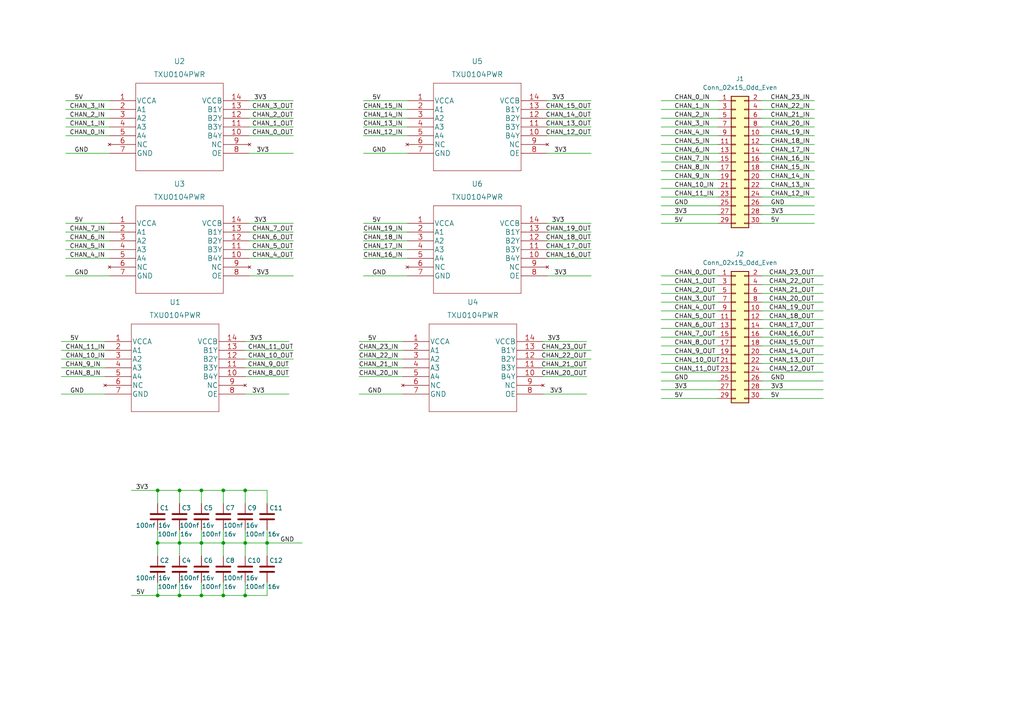
<source format=kicad_sch>
(kicad_sch (version 20211123) (generator eeschema)

  (uuid f8a18c33-bdac-445e-9c91-c1d7dddec742)

  (paper "A4")

  (lib_symbols
    (symbol "2022-06-26_16-28-11:TXU0104PWR" (pin_names (offset 0.254)) (in_bom yes) (on_board yes)
      (property "Reference" "U" (id 0) (at 20.32 10.16 0)
        (effects (font (size 1.524 1.524)))
      )
      (property "Value" "TXU0104PWR" (id 1) (at 20.32 7.62 0)
        (effects (font (size 1.524 1.524)))
      )
      (property "Footprint" "TSSOP_0104PWR_TEX" (id 2) (at 20.32 6.096 0)
        (effects (font (size 1.524 1.524)) hide)
      )
      (property "Datasheet" "" (id 3) (at 0 0 0)
        (effects (font (size 1.524 1.524)))
      )
      (property "ki_locked" "" (id 4) (at 0 0 0)
        (effects (font (size 1.27 1.27)))
      )
      (property "ki_fp_filters" "TSSOP_0104PWR_TEX TSSOP_0104PWR_TEX-M TSSOP_0104PWR_TEX-L" (id 5) (at 0 0 0)
        (effects (font (size 1.27 1.27)) hide)
      )
      (symbol "TXU0104PWR_1_1"
        (polyline
          (pts
            (xy 7.62 -20.32)
            (xy 33.02 -20.32)
          )
          (stroke (width 0.127) (type default) (color 0 0 0 0))
          (fill (type none))
        )
        (polyline
          (pts
            (xy 7.62 5.08)
            (xy 7.62 -20.32)
          )
          (stroke (width 0.127) (type default) (color 0 0 0 0))
          (fill (type none))
        )
        (polyline
          (pts
            (xy 33.02 -20.32)
            (xy 33.02 5.08)
          )
          (stroke (width 0.127) (type default) (color 0 0 0 0))
          (fill (type none))
        )
        (polyline
          (pts
            (xy 33.02 5.08)
            (xy 7.62 5.08)
          )
          (stroke (width 0.127) (type default) (color 0 0 0 0))
          (fill (type none))
        )
        (pin power_in line (at 0 0 0) (length 7.62)
          (name "VCCA" (effects (font (size 1.4986 1.4986))))
          (number "1" (effects (font (size 1.4986 1.4986))))
        )
        (pin bidirectional line (at 40.64 -10.16 180) (length 7.62)
          (name "B4Y" (effects (font (size 1.4986 1.4986))))
          (number "10" (effects (font (size 1.4986 1.4986))))
        )
        (pin bidirectional line (at 40.64 -7.62 180) (length 7.62)
          (name "B3Y" (effects (font (size 1.4986 1.4986))))
          (number "11" (effects (font (size 1.4986 1.4986))))
        )
        (pin bidirectional line (at 40.64 -5.08 180) (length 7.62)
          (name "B2Y" (effects (font (size 1.4986 1.4986))))
          (number "12" (effects (font (size 1.4986 1.4986))))
        )
        (pin bidirectional line (at 40.64 -2.54 180) (length 7.62)
          (name "B1Y" (effects (font (size 1.4986 1.4986))))
          (number "13" (effects (font (size 1.4986 1.4986))))
        )
        (pin power_in line (at 40.64 0 180) (length 7.62)
          (name "VCCB" (effects (font (size 1.4986 1.4986))))
          (number "14" (effects (font (size 1.4986 1.4986))))
        )
        (pin bidirectional line (at 0 -2.54 0) (length 7.62)
          (name "A1" (effects (font (size 1.4986 1.4986))))
          (number "2" (effects (font (size 1.4986 1.4986))))
        )
        (pin bidirectional line (at 0 -5.08 0) (length 7.62)
          (name "A2" (effects (font (size 1.4986 1.4986))))
          (number "3" (effects (font (size 1.4986 1.4986))))
        )
        (pin bidirectional line (at 0 -7.62 0) (length 7.62)
          (name "A3" (effects (font (size 1.4986 1.4986))))
          (number "4" (effects (font (size 1.4986 1.4986))))
        )
        (pin bidirectional line (at 0 -10.16 0) (length 7.62)
          (name "A4" (effects (font (size 1.4986 1.4986))))
          (number "5" (effects (font (size 1.4986 1.4986))))
        )
        (pin no_connect line (at 0 -12.7 0) (length 7.62)
          (name "NC" (effects (font (size 1.4986 1.4986))))
          (number "6" (effects (font (size 1.4986 1.4986))))
        )
        (pin power_in line (at 0 -15.24 0) (length 7.62)
          (name "GND" (effects (font (size 1.4986 1.4986))))
          (number "7" (effects (font (size 1.4986 1.4986))))
        )
        (pin unspecified line (at 40.64 -15.24 180) (length 7.62)
          (name "OE" (effects (font (size 1.4986 1.4986))))
          (number "8" (effects (font (size 1.4986 1.4986))))
        )
        (pin no_connect line (at 40.64 -12.7 180) (length 7.62)
          (name "NC" (effects (font (size 1.4986 1.4986))))
          (number "9" (effects (font (size 1.4986 1.4986))))
        )
      )
    )
    (symbol "Connector_Generic:Conn_02x15_Odd_Even" (pin_names (offset 1.016) hide) (in_bom yes) (on_board yes)
      (property "Reference" "J" (id 0) (at 1.27 20.32 0)
        (effects (font (size 1.27 1.27)))
      )
      (property "Value" "Conn_02x15_Odd_Even" (id 1) (at 1.27 -20.32 0)
        (effects (font (size 1.27 1.27)))
      )
      (property "Footprint" "" (id 2) (at 0 0 0)
        (effects (font (size 1.27 1.27)) hide)
      )
      (property "Datasheet" "~" (id 3) (at 0 0 0)
        (effects (font (size 1.27 1.27)) hide)
      )
      (property "ki_keywords" "connector" (id 4) (at 0 0 0)
        (effects (font (size 1.27 1.27)) hide)
      )
      (property "ki_description" "Generic connector, double row, 02x15, odd/even pin numbering scheme (row 1 odd numbers, row 2 even numbers), script generated (kicad-library-utils/schlib/autogen/connector/)" (id 5) (at 0 0 0)
        (effects (font (size 1.27 1.27)) hide)
      )
      (property "ki_fp_filters" "Connector*:*_2x??_*" (id 6) (at 0 0 0)
        (effects (font (size 1.27 1.27)) hide)
      )
      (symbol "Conn_02x15_Odd_Even_1_1"
        (rectangle (start -1.27 -17.653) (end 0 -17.907)
          (stroke (width 0.1524) (type default) (color 0 0 0 0))
          (fill (type none))
        )
        (rectangle (start -1.27 -15.113) (end 0 -15.367)
          (stroke (width 0.1524) (type default) (color 0 0 0 0))
          (fill (type none))
        )
        (rectangle (start -1.27 -12.573) (end 0 -12.827)
          (stroke (width 0.1524) (type default) (color 0 0 0 0))
          (fill (type none))
        )
        (rectangle (start -1.27 -10.033) (end 0 -10.287)
          (stroke (width 0.1524) (type default) (color 0 0 0 0))
          (fill (type none))
        )
        (rectangle (start -1.27 -7.493) (end 0 -7.747)
          (stroke (width 0.1524) (type default) (color 0 0 0 0))
          (fill (type none))
        )
        (rectangle (start -1.27 -4.953) (end 0 -5.207)
          (stroke (width 0.1524) (type default) (color 0 0 0 0))
          (fill (type none))
        )
        (rectangle (start -1.27 -2.413) (end 0 -2.667)
          (stroke (width 0.1524) (type default) (color 0 0 0 0))
          (fill (type none))
        )
        (rectangle (start -1.27 0.127) (end 0 -0.127)
          (stroke (width 0.1524) (type default) (color 0 0 0 0))
          (fill (type none))
        )
        (rectangle (start -1.27 2.667) (end 0 2.413)
          (stroke (width 0.1524) (type default) (color 0 0 0 0))
          (fill (type none))
        )
        (rectangle (start -1.27 5.207) (end 0 4.953)
          (stroke (width 0.1524) (type default) (color 0 0 0 0))
          (fill (type none))
        )
        (rectangle (start -1.27 7.747) (end 0 7.493)
          (stroke (width 0.1524) (type default) (color 0 0 0 0))
          (fill (type none))
        )
        (rectangle (start -1.27 10.287) (end 0 10.033)
          (stroke (width 0.1524) (type default) (color 0 0 0 0))
          (fill (type none))
        )
        (rectangle (start -1.27 12.827) (end 0 12.573)
          (stroke (width 0.1524) (type default) (color 0 0 0 0))
          (fill (type none))
        )
        (rectangle (start -1.27 15.367) (end 0 15.113)
          (stroke (width 0.1524) (type default) (color 0 0 0 0))
          (fill (type none))
        )
        (rectangle (start -1.27 17.907) (end 0 17.653)
          (stroke (width 0.1524) (type default) (color 0 0 0 0))
          (fill (type none))
        )
        (rectangle (start -1.27 19.05) (end 3.81 -19.05)
          (stroke (width 0.254) (type default) (color 0 0 0 0))
          (fill (type background))
        )
        (rectangle (start 3.81 -17.653) (end 2.54 -17.907)
          (stroke (width 0.1524) (type default) (color 0 0 0 0))
          (fill (type none))
        )
        (rectangle (start 3.81 -15.113) (end 2.54 -15.367)
          (stroke (width 0.1524) (type default) (color 0 0 0 0))
          (fill (type none))
        )
        (rectangle (start 3.81 -12.573) (end 2.54 -12.827)
          (stroke (width 0.1524) (type default) (color 0 0 0 0))
          (fill (type none))
        )
        (rectangle (start 3.81 -10.033) (end 2.54 -10.287)
          (stroke (width 0.1524) (type default) (color 0 0 0 0))
          (fill (type none))
        )
        (rectangle (start 3.81 -7.493) (end 2.54 -7.747)
          (stroke (width 0.1524) (type default) (color 0 0 0 0))
          (fill (type none))
        )
        (rectangle (start 3.81 -4.953) (end 2.54 -5.207)
          (stroke (width 0.1524) (type default) (color 0 0 0 0))
          (fill (type none))
        )
        (rectangle (start 3.81 -2.413) (end 2.54 -2.667)
          (stroke (width 0.1524) (type default) (color 0 0 0 0))
          (fill (type none))
        )
        (rectangle (start 3.81 0.127) (end 2.54 -0.127)
          (stroke (width 0.1524) (type default) (color 0 0 0 0))
          (fill (type none))
        )
        (rectangle (start 3.81 2.667) (end 2.54 2.413)
          (stroke (width 0.1524) (type default) (color 0 0 0 0))
          (fill (type none))
        )
        (rectangle (start 3.81 5.207) (end 2.54 4.953)
          (stroke (width 0.1524) (type default) (color 0 0 0 0))
          (fill (type none))
        )
        (rectangle (start 3.81 7.747) (end 2.54 7.493)
          (stroke (width 0.1524) (type default) (color 0 0 0 0))
          (fill (type none))
        )
        (rectangle (start 3.81 10.287) (end 2.54 10.033)
          (stroke (width 0.1524) (type default) (color 0 0 0 0))
          (fill (type none))
        )
        (rectangle (start 3.81 12.827) (end 2.54 12.573)
          (stroke (width 0.1524) (type default) (color 0 0 0 0))
          (fill (type none))
        )
        (rectangle (start 3.81 15.367) (end 2.54 15.113)
          (stroke (width 0.1524) (type default) (color 0 0 0 0))
          (fill (type none))
        )
        (rectangle (start 3.81 17.907) (end 2.54 17.653)
          (stroke (width 0.1524) (type default) (color 0 0 0 0))
          (fill (type none))
        )
        (pin passive line (at -5.08 17.78 0) (length 3.81)
          (name "Pin_1" (effects (font (size 1.27 1.27))))
          (number "1" (effects (font (size 1.27 1.27))))
        )
        (pin passive line (at 7.62 7.62 180) (length 3.81)
          (name "Pin_10" (effects (font (size 1.27 1.27))))
          (number "10" (effects (font (size 1.27 1.27))))
        )
        (pin passive line (at -5.08 5.08 0) (length 3.81)
          (name "Pin_11" (effects (font (size 1.27 1.27))))
          (number "11" (effects (font (size 1.27 1.27))))
        )
        (pin passive line (at 7.62 5.08 180) (length 3.81)
          (name "Pin_12" (effects (font (size 1.27 1.27))))
          (number "12" (effects (font (size 1.27 1.27))))
        )
        (pin passive line (at -5.08 2.54 0) (length 3.81)
          (name "Pin_13" (effects (font (size 1.27 1.27))))
          (number "13" (effects (font (size 1.27 1.27))))
        )
        (pin passive line (at 7.62 2.54 180) (length 3.81)
          (name "Pin_14" (effects (font (size 1.27 1.27))))
          (number "14" (effects (font (size 1.27 1.27))))
        )
        (pin passive line (at -5.08 0 0) (length 3.81)
          (name "Pin_15" (effects (font (size 1.27 1.27))))
          (number "15" (effects (font (size 1.27 1.27))))
        )
        (pin passive line (at 7.62 0 180) (length 3.81)
          (name "Pin_16" (effects (font (size 1.27 1.27))))
          (number "16" (effects (font (size 1.27 1.27))))
        )
        (pin passive line (at -5.08 -2.54 0) (length 3.81)
          (name "Pin_17" (effects (font (size 1.27 1.27))))
          (number "17" (effects (font (size 1.27 1.27))))
        )
        (pin passive line (at 7.62 -2.54 180) (length 3.81)
          (name "Pin_18" (effects (font (size 1.27 1.27))))
          (number "18" (effects (font (size 1.27 1.27))))
        )
        (pin passive line (at -5.08 -5.08 0) (length 3.81)
          (name "Pin_19" (effects (font (size 1.27 1.27))))
          (number "19" (effects (font (size 1.27 1.27))))
        )
        (pin passive line (at 7.62 17.78 180) (length 3.81)
          (name "Pin_2" (effects (font (size 1.27 1.27))))
          (number "2" (effects (font (size 1.27 1.27))))
        )
        (pin passive line (at 7.62 -5.08 180) (length 3.81)
          (name "Pin_20" (effects (font (size 1.27 1.27))))
          (number "20" (effects (font (size 1.27 1.27))))
        )
        (pin passive line (at -5.08 -7.62 0) (length 3.81)
          (name "Pin_21" (effects (font (size 1.27 1.27))))
          (number "21" (effects (font (size 1.27 1.27))))
        )
        (pin passive line (at 7.62 -7.62 180) (length 3.81)
          (name "Pin_22" (effects (font (size 1.27 1.27))))
          (number "22" (effects (font (size 1.27 1.27))))
        )
        (pin passive line (at -5.08 -10.16 0) (length 3.81)
          (name "Pin_23" (effects (font (size 1.27 1.27))))
          (number "23" (effects (font (size 1.27 1.27))))
        )
        (pin passive line (at 7.62 -10.16 180) (length 3.81)
          (name "Pin_24" (effects (font (size 1.27 1.27))))
          (number "24" (effects (font (size 1.27 1.27))))
        )
        (pin passive line (at -5.08 -12.7 0) (length 3.81)
          (name "Pin_25" (effects (font (size 1.27 1.27))))
          (number "25" (effects (font (size 1.27 1.27))))
        )
        (pin passive line (at 7.62 -12.7 180) (length 3.81)
          (name "Pin_26" (effects (font (size 1.27 1.27))))
          (number "26" (effects (font (size 1.27 1.27))))
        )
        (pin passive line (at -5.08 -15.24 0) (length 3.81)
          (name "Pin_27" (effects (font (size 1.27 1.27))))
          (number "27" (effects (font (size 1.27 1.27))))
        )
        (pin passive line (at 7.62 -15.24 180) (length 3.81)
          (name "Pin_28" (effects (font (size 1.27 1.27))))
          (number "28" (effects (font (size 1.27 1.27))))
        )
        (pin passive line (at -5.08 -17.78 0) (length 3.81)
          (name "Pin_29" (effects (font (size 1.27 1.27))))
          (number "29" (effects (font (size 1.27 1.27))))
        )
        (pin passive line (at -5.08 15.24 0) (length 3.81)
          (name "Pin_3" (effects (font (size 1.27 1.27))))
          (number "3" (effects (font (size 1.27 1.27))))
        )
        (pin passive line (at 7.62 -17.78 180) (length 3.81)
          (name "Pin_30" (effects (font (size 1.27 1.27))))
          (number "30" (effects (font (size 1.27 1.27))))
        )
        (pin passive line (at 7.62 15.24 180) (length 3.81)
          (name "Pin_4" (effects (font (size 1.27 1.27))))
          (number "4" (effects (font (size 1.27 1.27))))
        )
        (pin passive line (at -5.08 12.7 0) (length 3.81)
          (name "Pin_5" (effects (font (size 1.27 1.27))))
          (number "5" (effects (font (size 1.27 1.27))))
        )
        (pin passive line (at 7.62 12.7 180) (length 3.81)
          (name "Pin_6" (effects (font (size 1.27 1.27))))
          (number "6" (effects (font (size 1.27 1.27))))
        )
        (pin passive line (at -5.08 10.16 0) (length 3.81)
          (name "Pin_7" (effects (font (size 1.27 1.27))))
          (number "7" (effects (font (size 1.27 1.27))))
        )
        (pin passive line (at 7.62 10.16 180) (length 3.81)
          (name "Pin_8" (effects (font (size 1.27 1.27))))
          (number "8" (effects (font (size 1.27 1.27))))
        )
        (pin passive line (at -5.08 7.62 0) (length 3.81)
          (name "Pin_9" (effects (font (size 1.27 1.27))))
          (number "9" (effects (font (size 1.27 1.27))))
        )
      )
    )
    (symbol "Device:C" (pin_numbers hide) (pin_names (offset 0.254)) (in_bom yes) (on_board yes)
      (property "Reference" "C" (id 0) (at 0.635 2.54 0)
        (effects (font (size 1.27 1.27)) (justify left))
      )
      (property "Value" "C" (id 1) (at 0.635 -2.54 0)
        (effects (font (size 1.27 1.27)) (justify left))
      )
      (property "Footprint" "" (id 2) (at 0.9652 -3.81 0)
        (effects (font (size 1.27 1.27)) hide)
      )
      (property "Datasheet" "~" (id 3) (at 0 0 0)
        (effects (font (size 1.27 1.27)) hide)
      )
      (property "ki_keywords" "cap capacitor" (id 4) (at 0 0 0)
        (effects (font (size 1.27 1.27)) hide)
      )
      (property "ki_description" "Unpolarized capacitor" (id 5) (at 0 0 0)
        (effects (font (size 1.27 1.27)) hide)
      )
      (property "ki_fp_filters" "C_*" (id 6) (at 0 0 0)
        (effects (font (size 1.27 1.27)) hide)
      )
      (symbol "C_0_1"
        (polyline
          (pts
            (xy -2.032 -0.762)
            (xy 2.032 -0.762)
          )
          (stroke (width 0.508) (type default) (color 0 0 0 0))
          (fill (type none))
        )
        (polyline
          (pts
            (xy -2.032 0.762)
            (xy 2.032 0.762)
          )
          (stroke (width 0.508) (type default) (color 0 0 0 0))
          (fill (type none))
        )
      )
      (symbol "C_1_1"
        (pin passive line (at 0 3.81 270) (length 2.794)
          (name "~" (effects (font (size 1.27 1.27))))
          (number "1" (effects (font (size 1.27 1.27))))
        )
        (pin passive line (at 0 -3.81 90) (length 2.794)
          (name "~" (effects (font (size 1.27 1.27))))
          (number "2" (effects (font (size 1.27 1.27))))
        )
      )
    )
  )

  (junction (at 71.12 157.48) (diameter 0) (color 0 0 0 0)
    (uuid 2acdd67f-79ec-4adc-b306-390fb6ff20ea)
  )
  (junction (at 58.42 172.72) (diameter 0) (color 0 0 0 0)
    (uuid 32614eb6-d0d7-4df3-90f8-be06ba52cb4f)
  )
  (junction (at 45.72 142.24) (diameter 0) (color 0 0 0 0)
    (uuid 4626effc-28f2-47e7-b98c-bcc8b32be73b)
  )
  (junction (at 64.77 157.48) (diameter 0) (color 0 0 0 0)
    (uuid 46e060e6-4f12-4189-9ad2-a601d9e66af2)
  )
  (junction (at 71.12 142.24) (diameter 0) (color 0 0 0 0)
    (uuid 4e7d01e3-d188-4d3b-b502-761a139a873a)
  )
  (junction (at 52.07 157.48) (diameter 0) (color 0 0 0 0)
    (uuid 5b85dc40-9a14-4734-bce9-305933518028)
  )
  (junction (at 45.72 172.72) (diameter 0) (color 0 0 0 0)
    (uuid 8bee4666-a5b7-45db-b345-a79ce40ddecf)
  )
  (junction (at 52.07 142.24) (diameter 0) (color 0 0 0 0)
    (uuid 922b13a5-ac4d-4699-9c19-be1ac83daa2b)
  )
  (junction (at 58.42 157.48) (diameter 0) (color 0 0 0 0)
    (uuid 975e7c5d-b10c-4de8-b17a-851107e840dc)
  )
  (junction (at 58.42 142.24) (diameter 0) (color 0 0 0 0)
    (uuid b040747a-d452-4d9f-8905-b76956472318)
  )
  (junction (at 64.77 142.24) (diameter 0) (color 0 0 0 0)
    (uuid c4c17dc4-4c32-40eb-87b3-cd263f98ab56)
  )
  (junction (at 71.12 172.72) (diameter 0) (color 0 0 0 0)
    (uuid c690ebf6-7699-4898-b2ae-643febad10d2)
  )
  (junction (at 52.07 172.72) (diameter 0) (color 0 0 0 0)
    (uuid c73b7f93-ce75-4706-8379-a93dd92118cb)
  )
  (junction (at 77.47 157.48) (diameter 0) (color 0 0 0 0)
    (uuid e84468d7-6d34-4300-98fa-8c5b97d809e6)
  )
  (junction (at 45.72 157.48) (diameter 0) (color 0 0 0 0)
    (uuid ec6d7081-3a0f-4f2c-9cdb-537b7352c11f)
  )
  (junction (at 64.77 172.72) (diameter 0) (color 0 0 0 0)
    (uuid f6984425-c31e-4baf-9c32-24d8e590d322)
  )

  (wire (pts (xy 191.77 57.15) (xy 208.28 57.15))
    (stroke (width 0) (type default) (color 0 0 0 0))
    (uuid 017cc010-bda9-409d-8ae0-b1d8dc9e3c0a)
  )
  (wire (pts (xy 220.98 92.71) (xy 238.76 92.71))
    (stroke (width 0) (type default) (color 0 0 0 0))
    (uuid 02aa2afc-723e-4d6c-b7f3-b198814e99d8)
  )
  (wire (pts (xy 220.98 100.33) (xy 238.76 100.33))
    (stroke (width 0) (type default) (color 0 0 0 0))
    (uuid 0632debb-924b-47c7-88a0-ad38de196408)
  )
  (wire (pts (xy 158.75 34.29) (xy 171.45 34.29))
    (stroke (width 0) (type default) (color 0 0 0 0))
    (uuid 08595908-af1a-4579-b2b1-a30da9cf3086)
  )
  (wire (pts (xy 220.98 52.07) (xy 236.22 52.07))
    (stroke (width 0) (type default) (color 0 0 0 0))
    (uuid 09bb2f4e-4016-405b-922f-fbdcc93ba296)
  )
  (wire (pts (xy 19.05 44.45) (xy 31.75 44.45))
    (stroke (width 0) (type default) (color 0 0 0 0))
    (uuid 0b25094a-04ab-487d-be6a-9a062fb13a74)
  )
  (wire (pts (xy 19.05 74.93) (xy 31.75 74.93))
    (stroke (width 0) (type default) (color 0 0 0 0))
    (uuid 0b40465f-d9fd-4659-8e14-a8a8832b14c7)
  )
  (wire (pts (xy 71.12 104.14) (xy 85.09 104.14))
    (stroke (width 0) (type default) (color 0 0 0 0))
    (uuid 0beb7083-4da5-4dbb-af4f-e5bc1f6cf1be)
  )
  (wire (pts (xy 191.77 64.77) (xy 208.28 64.77))
    (stroke (width 0) (type default) (color 0 0 0 0))
    (uuid 0edb8563-eef2-4c11-8b1f-af436b2a86f6)
  )
  (wire (pts (xy 52.07 172.72) (xy 58.42 172.72))
    (stroke (width 0) (type default) (color 0 0 0 0))
    (uuid 1092a7fc-d621-49cb-a0ec-b4b7d38cab01)
  )
  (wire (pts (xy 191.77 92.71) (xy 208.28 92.71))
    (stroke (width 0) (type default) (color 0 0 0 0))
    (uuid 10aab90e-1945-4bb9-a0a7-0680a9e7496f)
  )
  (wire (pts (xy 191.77 87.63) (xy 208.28 87.63))
    (stroke (width 0) (type default) (color 0 0 0 0))
    (uuid 10f3dce2-72a0-420e-ac01-f457fb8e58e7)
  )
  (wire (pts (xy 104.14 99.06) (xy 116.84 99.06))
    (stroke (width 0) (type default) (color 0 0 0 0))
    (uuid 11ddc816-0f7c-4c60-b1d7-b25f48d4022d)
  )
  (wire (pts (xy 105.41 44.45) (xy 118.11 44.45))
    (stroke (width 0) (type default) (color 0 0 0 0))
    (uuid 12047fa6-c6aa-4362-b489-c91c0b242675)
  )
  (wire (pts (xy 158.75 80.01) (xy 171.45 80.01))
    (stroke (width 0) (type default) (color 0 0 0 0))
    (uuid 12a41c32-621b-4709-9f8d-947082b2f76b)
  )
  (wire (pts (xy 191.77 115.57) (xy 208.28 115.57))
    (stroke (width 0) (type default) (color 0 0 0 0))
    (uuid 1383ac2e-c699-4f11-8387-70706df9d68e)
  )
  (wire (pts (xy 105.41 67.31) (xy 118.11 67.31))
    (stroke (width 0) (type default) (color 0 0 0 0))
    (uuid 14aaea70-e974-49c6-aa70-2fd96691e8e4)
  )
  (wire (pts (xy 220.98 97.79) (xy 238.76 97.79))
    (stroke (width 0) (type default) (color 0 0 0 0))
    (uuid 197bcb68-24b3-4894-b4e6-dd9c5d48470f)
  )
  (wire (pts (xy 191.77 52.07) (xy 208.28 52.07))
    (stroke (width 0) (type default) (color 0 0 0 0))
    (uuid 1b93edd8-3d98-4e9f-b504-01cac0d308a3)
  )
  (wire (pts (xy 220.98 64.77) (xy 236.22 64.77))
    (stroke (width 0) (type default) (color 0 0 0 0))
    (uuid 1dfd57e6-2750-423f-b47b-e3e12643c855)
  )
  (wire (pts (xy 105.41 69.85) (xy 118.11 69.85))
    (stroke (width 0) (type default) (color 0 0 0 0))
    (uuid 2002a46c-8e1b-4e13-82b5-b15e6bcc6a23)
  )
  (wire (pts (xy 71.12 157.48) (xy 71.12 161.29))
    (stroke (width 0) (type default) (color 0 0 0 0))
    (uuid 25de2a9b-6f32-46ff-a717-aa55fdb9dd74)
  )
  (wire (pts (xy 105.41 39.37) (xy 118.11 39.37))
    (stroke (width 0) (type default) (color 0 0 0 0))
    (uuid 266b42bd-56de-4e23-bf56-2b0a6935262a)
  )
  (wire (pts (xy 58.42 168.91) (xy 58.42 172.72))
    (stroke (width 0) (type default) (color 0 0 0 0))
    (uuid 29206883-79d1-4dcc-b85e-f33b1ff0905d)
  )
  (wire (pts (xy 191.77 90.17) (xy 208.28 90.17))
    (stroke (width 0) (type default) (color 0 0 0 0))
    (uuid 2925ea42-ac97-4320-950f-7ac988e05555)
  )
  (wire (pts (xy 71.12 109.22) (xy 83.82 109.22))
    (stroke (width 0) (type default) (color 0 0 0 0))
    (uuid 29a663c2-1f15-49a2-8234-036d99e51ad5)
  )
  (wire (pts (xy 158.75 64.77) (xy 171.45 64.77))
    (stroke (width 0) (type default) (color 0 0 0 0))
    (uuid 2b7b1c93-0ffb-444b-80bc-f41a1e2a41f7)
  )
  (wire (pts (xy 105.41 80.01) (xy 118.11 80.01))
    (stroke (width 0) (type default) (color 0 0 0 0))
    (uuid 2b908cd5-a167-4bd6-a88d-8fed0a230cd6)
  )
  (wire (pts (xy 64.77 153.67) (xy 64.77 157.48))
    (stroke (width 0) (type default) (color 0 0 0 0))
    (uuid 2d4e6512-b2cc-4a79-9eb5-4100920e12f7)
  )
  (wire (pts (xy 191.77 54.61) (xy 208.28 54.61))
    (stroke (width 0) (type default) (color 0 0 0 0))
    (uuid 2e2793ba-929c-45f1-af39-cafc785281c4)
  )
  (wire (pts (xy 64.77 157.48) (xy 64.77 161.29))
    (stroke (width 0) (type default) (color 0 0 0 0))
    (uuid 2ff828dd-43b8-4706-877c-ce2c76e6e9c1)
  )
  (wire (pts (xy 45.72 168.91) (xy 45.72 172.72))
    (stroke (width 0) (type default) (color 0 0 0 0))
    (uuid 3464453d-12cf-4cd5-834e-b70c3be4fe1c)
  )
  (wire (pts (xy 105.41 31.75) (xy 118.11 31.75))
    (stroke (width 0) (type default) (color 0 0 0 0))
    (uuid 3665c82b-d442-4830-848e-9bf64bea8466)
  )
  (wire (pts (xy 220.98 110.49) (xy 238.76 110.49))
    (stroke (width 0) (type default) (color 0 0 0 0))
    (uuid 384d9496-3189-4679-ab30-540ef3c9b3db)
  )
  (wire (pts (xy 71.12 114.3) (xy 83.82 114.3))
    (stroke (width 0) (type default) (color 0 0 0 0))
    (uuid 39ea2474-de5c-43cf-aaa6-b9a8b9ec730b)
  )
  (wire (pts (xy 220.98 90.17) (xy 238.76 90.17))
    (stroke (width 0) (type default) (color 0 0 0 0))
    (uuid 3a718821-d7c2-496c-87c7-753c5fd80703)
  )
  (wire (pts (xy 191.77 36.83) (xy 208.28 36.83))
    (stroke (width 0) (type default) (color 0 0 0 0))
    (uuid 3b2d7620-5ef8-432e-9196-030da9e24ee1)
  )
  (wire (pts (xy 220.98 87.63) (xy 238.76 87.63))
    (stroke (width 0) (type default) (color 0 0 0 0))
    (uuid 3b81d06a-ce18-4bca-803e-30b2703c3dd0)
  )
  (wire (pts (xy 71.12 157.48) (xy 77.47 157.48))
    (stroke (width 0) (type default) (color 0 0 0 0))
    (uuid 435757f7-7d36-4caa-b90d-200b9c751a1f)
  )
  (wire (pts (xy 45.72 172.72) (xy 52.07 172.72))
    (stroke (width 0) (type default) (color 0 0 0 0))
    (uuid 43a5fc00-3b9d-4777-b42b-5092e60b2838)
  )
  (wire (pts (xy 19.05 67.31) (xy 31.75 67.31))
    (stroke (width 0) (type default) (color 0 0 0 0))
    (uuid 44e36a05-a498-4d95-b80a-f4e9985c8a8b)
  )
  (wire (pts (xy 158.75 69.85) (xy 171.45 69.85))
    (stroke (width 0) (type default) (color 0 0 0 0))
    (uuid 478aa956-0b57-49c7-bac7-c5cfaf89db97)
  )
  (wire (pts (xy 191.77 39.37) (xy 208.28 39.37))
    (stroke (width 0) (type default) (color 0 0 0 0))
    (uuid 49a98df5-3cee-4c7c-b800-d68886d6bf2c)
  )
  (wire (pts (xy 58.42 172.72) (xy 64.77 172.72))
    (stroke (width 0) (type default) (color 0 0 0 0))
    (uuid 49d3e7c0-1f39-4c58-8f61-6e3a09c88a9f)
  )
  (wire (pts (xy 64.77 142.24) (xy 64.77 146.05))
    (stroke (width 0) (type default) (color 0 0 0 0))
    (uuid 4a04efb9-dc8b-47e4-9c88-d93244afa851)
  )
  (wire (pts (xy 72.39 29.21) (xy 85.09 29.21))
    (stroke (width 0) (type default) (color 0 0 0 0))
    (uuid 4ade04dc-6dbc-4214-b7db-dac6772cacb6)
  )
  (wire (pts (xy 220.98 46.99) (xy 236.22 46.99))
    (stroke (width 0) (type default) (color 0 0 0 0))
    (uuid 4c2c821a-c29d-4338-ad3f-2c17b86a54dc)
  )
  (wire (pts (xy 72.39 31.75) (xy 85.09 31.75))
    (stroke (width 0) (type default) (color 0 0 0 0))
    (uuid 4e28e1dc-1ff7-44be-8e51-bc63d1212803)
  )
  (wire (pts (xy 58.42 142.24) (xy 64.77 142.24))
    (stroke (width 0) (type default) (color 0 0 0 0))
    (uuid 4f1ac59b-2db3-486c-8577-9f6d7fad8280)
  )
  (wire (pts (xy 77.47 157.48) (xy 87.63 157.48))
    (stroke (width 0) (type default) (color 0 0 0 0))
    (uuid 546b416d-c2af-4e86-b38f-e26c117b0085)
  )
  (wire (pts (xy 191.77 29.21) (xy 208.28 29.21))
    (stroke (width 0) (type default) (color 0 0 0 0))
    (uuid 54f431c1-9739-4c3b-b825-53b517f588b5)
  )
  (wire (pts (xy 19.05 39.37) (xy 31.75 39.37))
    (stroke (width 0) (type default) (color 0 0 0 0))
    (uuid 57712f60-6fe1-4dd4-bab3-bfd969f44202)
  )
  (wire (pts (xy 52.07 142.24) (xy 52.07 146.05))
    (stroke (width 0) (type default) (color 0 0 0 0))
    (uuid 58a0ab28-fc1d-4da5-b563-35693d7be19a)
  )
  (wire (pts (xy 116.84 109.22) (xy 104.14 109.22))
    (stroke (width 0) (type default) (color 0 0 0 0))
    (uuid 5aabacd3-c778-478e-ac83-ff0b79ba0782)
  )
  (wire (pts (xy 191.77 46.99) (xy 208.28 46.99))
    (stroke (width 0) (type default) (color 0 0 0 0))
    (uuid 5c3b74a3-042c-4161-8f2a-1918c3220b20)
  )
  (wire (pts (xy 72.39 44.45) (xy 85.09 44.45))
    (stroke (width 0) (type default) (color 0 0 0 0))
    (uuid 5cd91e0a-127f-4f47-87a9-2faf1d3a719c)
  )
  (wire (pts (xy 191.77 34.29) (xy 208.28 34.29))
    (stroke (width 0) (type default) (color 0 0 0 0))
    (uuid 5d9548cb-1f71-47c9-8e7b-c5a21abea33c)
  )
  (wire (pts (xy 220.98 29.21) (xy 236.22 29.21))
    (stroke (width 0) (type default) (color 0 0 0 0))
    (uuid 5dc21df6-5721-46a6-bc68-64b54e1dfd9e)
  )
  (wire (pts (xy 19.05 34.29) (xy 31.75 34.29))
    (stroke (width 0) (type default) (color 0 0 0 0))
    (uuid 5de89ac8-5859-461f-8979-69dc5f96bf91)
  )
  (wire (pts (xy 71.12 153.67) (xy 71.12 157.48))
    (stroke (width 0) (type default) (color 0 0 0 0))
    (uuid 5df453bf-08a7-419c-8c22-1e22d00cc9be)
  )
  (wire (pts (xy 191.77 107.95) (xy 208.28 107.95))
    (stroke (width 0) (type default) (color 0 0 0 0))
    (uuid 60a7e4fa-717c-4bf2-b696-7f542bd3a1b0)
  )
  (wire (pts (xy 30.48 109.22) (xy 17.78 109.22))
    (stroke (width 0) (type default) (color 0 0 0 0))
    (uuid 61abe7a0-3a4e-442f-b67b-ba945ae2a70a)
  )
  (wire (pts (xy 19.05 64.77) (xy 31.75 64.77))
    (stroke (width 0) (type default) (color 0 0 0 0))
    (uuid 62e4e2cd-02ad-4404-b6ce-f01b362f11b7)
  )
  (wire (pts (xy 158.75 36.83) (xy 171.45 36.83))
    (stroke (width 0) (type default) (color 0 0 0 0))
    (uuid 636b938e-a83e-4394-9f5b-006af1ff3b46)
  )
  (wire (pts (xy 30.48 106.68) (xy 17.78 106.68))
    (stroke (width 0) (type default) (color 0 0 0 0))
    (uuid 65699dee-1842-4962-8d82-1aa2fb016c5f)
  )
  (wire (pts (xy 52.07 168.91) (xy 52.07 172.72))
    (stroke (width 0) (type default) (color 0 0 0 0))
    (uuid 66380a9d-edeb-45c4-92a3-8826bb46a444)
  )
  (wire (pts (xy 19.05 72.39) (xy 31.75 72.39))
    (stroke (width 0) (type default) (color 0 0 0 0))
    (uuid 669c1910-a49c-4eb9-9b06-3e9c56038b35)
  )
  (wire (pts (xy 191.77 82.55) (xy 208.28 82.55))
    (stroke (width 0) (type default) (color 0 0 0 0))
    (uuid 66d8307c-a52c-4475-91bd-9418fc1db8cb)
  )
  (wire (pts (xy 105.41 29.21) (xy 118.11 29.21))
    (stroke (width 0) (type default) (color 0 0 0 0))
    (uuid 6929de57-a528-49e9-a516-668ffe5f9999)
  )
  (wire (pts (xy 52.07 157.48) (xy 52.07 161.29))
    (stroke (width 0) (type default) (color 0 0 0 0))
    (uuid 6a645b21-20ba-4b3f-a9d6-54e75927e3ac)
  )
  (wire (pts (xy 64.77 157.48) (xy 71.12 157.48))
    (stroke (width 0) (type default) (color 0 0 0 0))
    (uuid 6fe8fa32-32ab-40d4-b1c2-f8724ff54f1f)
  )
  (wire (pts (xy 45.72 157.48) (xy 52.07 157.48))
    (stroke (width 0) (type default) (color 0 0 0 0))
    (uuid 71332070-8fec-44c9-9f4b-19b5d14785d9)
  )
  (wire (pts (xy 104.14 114.3) (xy 116.84 114.3))
    (stroke (width 0) (type default) (color 0 0 0 0))
    (uuid 72f9e38e-6b7e-45ee-b753-0f0440199cea)
  )
  (wire (pts (xy 77.47 168.91) (xy 77.47 172.72))
    (stroke (width 0) (type default) (color 0 0 0 0))
    (uuid 737457d6-f289-4529-a90e-0f383bf4ec14)
  )
  (wire (pts (xy 77.47 146.05) (xy 77.47 142.24))
    (stroke (width 0) (type default) (color 0 0 0 0))
    (uuid 758d1314-0e90-4c96-838f-b82e8b048db3)
  )
  (wire (pts (xy 38.1 142.24) (xy 45.72 142.24))
    (stroke (width 0) (type default) (color 0 0 0 0))
    (uuid 76698f42-e6c1-4a1d-bcbe-514e192ae51a)
  )
  (wire (pts (xy 191.77 110.49) (xy 208.28 110.49))
    (stroke (width 0) (type default) (color 0 0 0 0))
    (uuid 798f7fb0-4ce9-45b5-a05a-cf08b425b313)
  )
  (wire (pts (xy 220.98 95.25) (xy 238.76 95.25))
    (stroke (width 0) (type default) (color 0 0 0 0))
    (uuid 7b521306-bd1d-4dcb-8dd7-e50c40adee38)
  )
  (wire (pts (xy 220.98 57.15) (xy 236.22 57.15))
    (stroke (width 0) (type default) (color 0 0 0 0))
    (uuid 7cecc63c-48fa-4634-8c97-d56136d96d15)
  )
  (wire (pts (xy 220.98 85.09) (xy 238.76 85.09))
    (stroke (width 0) (type default) (color 0 0 0 0))
    (uuid 7ff6e72d-92d2-4ff9-bb22-8c5267b456dd)
  )
  (wire (pts (xy 157.48 104.14) (xy 171.45 104.14))
    (stroke (width 0) (type default) (color 0 0 0 0))
    (uuid 803f3663-b18d-4001-95b4-30abff61c2a2)
  )
  (wire (pts (xy 220.98 49.53) (xy 236.22 49.53))
    (stroke (width 0) (type default) (color 0 0 0 0))
    (uuid 810846b7-2b8e-40cb-9c38-9a9f000bd134)
  )
  (wire (pts (xy 157.48 109.22) (xy 170.18 109.22))
    (stroke (width 0) (type default) (color 0 0 0 0))
    (uuid 83959d88-1692-4368-89fc-ccfa70062bd8)
  )
  (wire (pts (xy 157.48 106.68) (xy 170.18 106.68))
    (stroke (width 0) (type default) (color 0 0 0 0))
    (uuid 852110af-be4f-4e36-88d3-1d008183d09f)
  )
  (wire (pts (xy 105.41 36.83) (xy 118.11 36.83))
    (stroke (width 0) (type default) (color 0 0 0 0))
    (uuid 85383a4a-df61-421c-90b2-d6feb6aa94c6)
  )
  (wire (pts (xy 191.77 95.25) (xy 208.28 95.25))
    (stroke (width 0) (type default) (color 0 0 0 0))
    (uuid 8565812b-4e46-4a53-9165-ba126f7c4069)
  )
  (wire (pts (xy 71.12 142.24) (xy 71.12 146.05))
    (stroke (width 0) (type default) (color 0 0 0 0))
    (uuid 8586134f-3c30-4200-8a88-b71075db9f5a)
  )
  (wire (pts (xy 191.77 100.33) (xy 208.28 100.33))
    (stroke (width 0) (type default) (color 0 0 0 0))
    (uuid 85b45f9a-7a39-40a9-a147-7c78e0ae9a36)
  )
  (wire (pts (xy 58.42 157.48) (xy 58.42 161.29))
    (stroke (width 0) (type default) (color 0 0 0 0))
    (uuid 88d3cbe5-cac2-4f8c-a7ef-a5ffe748e648)
  )
  (wire (pts (xy 72.39 36.83) (xy 85.09 36.83))
    (stroke (width 0) (type default) (color 0 0 0 0))
    (uuid 89760f45-e536-4887-8023-33393a64cc9f)
  )
  (wire (pts (xy 157.48 101.6) (xy 171.45 101.6))
    (stroke (width 0) (type default) (color 0 0 0 0))
    (uuid 89ee011c-7bfb-4d36-b3c8-756b011feefe)
  )
  (wire (pts (xy 191.77 31.75) (xy 208.28 31.75))
    (stroke (width 0) (type default) (color 0 0 0 0))
    (uuid 8af9de7b-56b4-41cc-b821-60d8b67feca8)
  )
  (wire (pts (xy 158.75 74.93) (xy 171.45 74.93))
    (stroke (width 0) (type default) (color 0 0 0 0))
    (uuid 9056521e-b244-469a-ba8b-9e1553523fc6)
  )
  (wire (pts (xy 220.98 80.01) (xy 238.76 80.01))
    (stroke (width 0) (type default) (color 0 0 0 0))
    (uuid 91868ff3-8e0c-4ef2-84fd-4521912ed265)
  )
  (wire (pts (xy 58.42 142.24) (xy 58.42 146.05))
    (stroke (width 0) (type default) (color 0 0 0 0))
    (uuid 956742d3-3a59-48ba-86fe-abab5e5db250)
  )
  (wire (pts (xy 19.05 36.83) (xy 31.75 36.83))
    (stroke (width 0) (type default) (color 0 0 0 0))
    (uuid 957e6203-bcf4-48b8-8bfe-2599cd97c7e0)
  )
  (wire (pts (xy 72.39 67.31) (xy 85.09 67.31))
    (stroke (width 0) (type default) (color 0 0 0 0))
    (uuid 95b00b93-c9aa-4bb3-b268-deecd8d8a42e)
  )
  (wire (pts (xy 71.12 172.72) (xy 77.47 172.72))
    (stroke (width 0) (type default) (color 0 0 0 0))
    (uuid 95e1eae4-b60c-4097-bb86-85c41fc9e35a)
  )
  (wire (pts (xy 38.1 172.72) (xy 45.72 172.72))
    (stroke (width 0) (type default) (color 0 0 0 0))
    (uuid 96ee87d8-f55d-493e-b546-81bf54cb3521)
  )
  (wire (pts (xy 191.77 49.53) (xy 208.28 49.53))
    (stroke (width 0) (type default) (color 0 0 0 0))
    (uuid 9ede94d1-1feb-4517-92e6-b8f20bafd312)
  )
  (wire (pts (xy 158.75 31.75) (xy 171.45 31.75))
    (stroke (width 0) (type default) (color 0 0 0 0))
    (uuid a1658a15-b815-40e3-a447-6bea751ba325)
  )
  (wire (pts (xy 158.75 44.45) (xy 171.45 44.45))
    (stroke (width 0) (type default) (color 0 0 0 0))
    (uuid a3973864-311f-4338-a718-fb2559f7da81)
  )
  (wire (pts (xy 191.77 44.45) (xy 208.28 44.45))
    (stroke (width 0) (type default) (color 0 0 0 0))
    (uuid a8facd03-48e8-4bad-920f-05feb5fa5151)
  )
  (wire (pts (xy 220.98 36.83) (xy 236.22 36.83))
    (stroke (width 0) (type default) (color 0 0 0 0))
    (uuid ab7bde7b-88a3-4281-93a7-02764492f31f)
  )
  (wire (pts (xy 191.77 62.23) (xy 208.28 62.23))
    (stroke (width 0) (type default) (color 0 0 0 0))
    (uuid aca9ad19-de95-45d4-bdd4-e8f5ee4b8339)
  )
  (wire (pts (xy 220.98 41.91) (xy 236.22 41.91))
    (stroke (width 0) (type default) (color 0 0 0 0))
    (uuid ae7757fe-32a6-4442-8dec-d1b3f1592616)
  )
  (wire (pts (xy 220.98 115.57) (xy 238.76 115.57))
    (stroke (width 0) (type default) (color 0 0 0 0))
    (uuid b04ee077-b596-4567-a9d0-522e69ac19e6)
  )
  (wire (pts (xy 45.72 153.67) (xy 45.72 157.48))
    (stroke (width 0) (type default) (color 0 0 0 0))
    (uuid b0d70e12-75b9-482f-af86-b846159079e7)
  )
  (wire (pts (xy 105.41 34.29) (xy 118.11 34.29))
    (stroke (width 0) (type default) (color 0 0 0 0))
    (uuid b1b57571-5e28-4218-8120-d999e0517b48)
  )
  (wire (pts (xy 19.05 69.85) (xy 31.75 69.85))
    (stroke (width 0) (type default) (color 0 0 0 0))
    (uuid b1d33ed5-c2e2-4240-8597-e0d384216b4a)
  )
  (wire (pts (xy 220.98 105.41) (xy 238.76 105.41))
    (stroke (width 0) (type default) (color 0 0 0 0))
    (uuid b5ff3f55-cea3-4748-879d-af06b37815e3)
  )
  (wire (pts (xy 72.39 34.29) (xy 85.09 34.29))
    (stroke (width 0) (type default) (color 0 0 0 0))
    (uuid b69f53f8-1271-4595-a229-b2c64d01acdb)
  )
  (wire (pts (xy 72.39 69.85) (xy 85.09 69.85))
    (stroke (width 0) (type default) (color 0 0 0 0))
    (uuid b7ad54c7-f1c5-4066-92a7-5d643314cda9)
  )
  (wire (pts (xy 220.98 113.03) (xy 238.76 113.03))
    (stroke (width 0) (type default) (color 0 0 0 0))
    (uuid b8489324-d664-49a0-a79c-28cf0b94d4f2)
  )
  (wire (pts (xy 64.77 168.91) (xy 64.77 172.72))
    (stroke (width 0) (type default) (color 0 0 0 0))
    (uuid b8d8f2e0-1ae7-4564-a7e2-44ac5ef69e53)
  )
  (wire (pts (xy 220.98 62.23) (xy 236.22 62.23))
    (stroke (width 0) (type default) (color 0 0 0 0))
    (uuid b9e9c933-22fa-4d2d-a4d0-dc3c11362cff)
  )
  (wire (pts (xy 191.77 102.87) (xy 208.28 102.87))
    (stroke (width 0) (type default) (color 0 0 0 0))
    (uuid b9f3f397-8cd0-4c4e-b7ed-dc334550a099)
  )
  (wire (pts (xy 71.12 168.91) (xy 71.12 172.72))
    (stroke (width 0) (type default) (color 0 0 0 0))
    (uuid bb0c0718-d71d-41f8-b234-a2413255df03)
  )
  (wire (pts (xy 72.39 72.39) (xy 85.09 72.39))
    (stroke (width 0) (type default) (color 0 0 0 0))
    (uuid be17fad4-1ec6-40e7-8ae6-a41371ef7f3c)
  )
  (wire (pts (xy 19.05 31.75) (xy 31.75 31.75))
    (stroke (width 0) (type default) (color 0 0 0 0))
    (uuid bf466355-9a0e-44d7-b953-c8f283af2f1c)
  )
  (wire (pts (xy 30.48 101.6) (xy 17.78 101.6))
    (stroke (width 0) (type default) (color 0 0 0 0))
    (uuid bf57d18c-021e-4857-a56f-9026b60ef38d)
  )
  (wire (pts (xy 158.75 29.21) (xy 171.45 29.21))
    (stroke (width 0) (type default) (color 0 0 0 0))
    (uuid bfe41ca1-1a78-4a62-8787-b0d3a15c8de0)
  )
  (wire (pts (xy 64.77 172.72) (xy 71.12 172.72))
    (stroke (width 0) (type default) (color 0 0 0 0))
    (uuid c29c0ede-084a-4dd9-ad6d-fb4fed8039cf)
  )
  (wire (pts (xy 158.75 39.37) (xy 171.45 39.37))
    (stroke (width 0) (type default) (color 0 0 0 0))
    (uuid c3167ec1-5e0c-41bc-b2ba-116bf6cd63df)
  )
  (wire (pts (xy 158.75 67.31) (xy 171.45 67.31))
    (stroke (width 0) (type default) (color 0 0 0 0))
    (uuid c43f350f-959b-4ace-99e2-b0a5d0d4b386)
  )
  (wire (pts (xy 17.78 114.3) (xy 30.48 114.3))
    (stroke (width 0) (type default) (color 0 0 0 0))
    (uuid c4687491-db62-4501-94a6-269879c0183c)
  )
  (wire (pts (xy 116.84 106.68) (xy 104.14 106.68))
    (stroke (width 0) (type default) (color 0 0 0 0))
    (uuid c75ef07f-a1cb-41e3-855c-ae52c688472a)
  )
  (wire (pts (xy 191.77 113.03) (xy 208.28 113.03))
    (stroke (width 0) (type default) (color 0 0 0 0))
    (uuid c79ee278-4f0b-4808-a13c-f6f8c658d4b9)
  )
  (wire (pts (xy 45.72 142.24) (xy 45.72 146.05))
    (stroke (width 0) (type default) (color 0 0 0 0))
    (uuid ca15ba38-7040-4aa1-aa8f-420218bd6ac7)
  )
  (wire (pts (xy 72.39 80.01) (xy 85.09 80.01))
    (stroke (width 0) (type default) (color 0 0 0 0))
    (uuid cbb90519-4a75-44b2-a222-599b333a2dfb)
  )
  (wire (pts (xy 220.98 39.37) (xy 236.22 39.37))
    (stroke (width 0) (type default) (color 0 0 0 0))
    (uuid ce489faf-45da-44c4-8c7e-abb7ca7b8c49)
  )
  (wire (pts (xy 158.75 72.39) (xy 171.45 72.39))
    (stroke (width 0) (type default) (color 0 0 0 0))
    (uuid ce7c88bc-6c88-45a2-8cab-40500ccb0381)
  )
  (wire (pts (xy 52.07 142.24) (xy 58.42 142.24))
    (stroke (width 0) (type default) (color 0 0 0 0))
    (uuid cf20d9d8-c3ef-4c7f-9ec5-7fc8bc8980ec)
  )
  (wire (pts (xy 191.77 97.79) (xy 208.28 97.79))
    (stroke (width 0) (type default) (color 0 0 0 0))
    (uuid cf316395-0128-4491-a8da-7421f8ffeb8e)
  )
  (wire (pts (xy 72.39 74.93) (xy 85.09 74.93))
    (stroke (width 0) (type default) (color 0 0 0 0))
    (uuid cf5547bb-6afe-4a66-9727-60404d089a25)
  )
  (wire (pts (xy 52.07 157.48) (xy 58.42 157.48))
    (stroke (width 0) (type default) (color 0 0 0 0))
    (uuid cfd88d9b-9ccd-4d0d-adcd-ecc1767a7cda)
  )
  (wire (pts (xy 30.48 104.14) (xy 17.78 104.14))
    (stroke (width 0) (type default) (color 0 0 0 0))
    (uuid d16bbb2e-0a42-46b2-9292-19324d6ec57f)
  )
  (wire (pts (xy 220.98 59.69) (xy 236.22 59.69))
    (stroke (width 0) (type default) (color 0 0 0 0))
    (uuid d1900729-d56b-4976-aa55-9cc260dc60e7)
  )
  (wire (pts (xy 191.77 80.01) (xy 208.28 80.01))
    (stroke (width 0) (type default) (color 0 0 0 0))
    (uuid d290de5b-0dda-4950-8d84-934ae9243a67)
  )
  (wire (pts (xy 72.39 64.77) (xy 85.09 64.77))
    (stroke (width 0) (type default) (color 0 0 0 0))
    (uuid d3fc32ff-5d88-4df4-86d9-63a731860ff7)
  )
  (wire (pts (xy 220.98 82.55) (xy 238.76 82.55))
    (stroke (width 0) (type default) (color 0 0 0 0))
    (uuid d4db5dbf-0290-46e9-a849-0c5b0112c709)
  )
  (wire (pts (xy 71.12 106.68) (xy 83.82 106.68))
    (stroke (width 0) (type default) (color 0 0 0 0))
    (uuid d768e820-5e12-47ad-a738-7a59beb9875f)
  )
  (wire (pts (xy 220.98 34.29) (xy 236.22 34.29))
    (stroke (width 0) (type default) (color 0 0 0 0))
    (uuid d772445e-79a4-40ca-8be6-962c7733451f)
  )
  (wire (pts (xy 157.48 114.3) (xy 170.18 114.3))
    (stroke (width 0) (type default) (color 0 0 0 0))
    (uuid d8788ff6-715d-42aa-ac97-2735cb63b005)
  )
  (wire (pts (xy 105.41 72.39) (xy 118.11 72.39))
    (stroke (width 0) (type default) (color 0 0 0 0))
    (uuid d879d3c1-511f-46cf-a23e-63e7174fb346)
  )
  (wire (pts (xy 77.47 153.67) (xy 77.47 157.48))
    (stroke (width 0) (type default) (color 0 0 0 0))
    (uuid d8f132dd-0b48-4533-9bdb-52340049202d)
  )
  (wire (pts (xy 45.72 157.48) (xy 45.72 161.29))
    (stroke (width 0) (type default) (color 0 0 0 0))
    (uuid d97a29f5-1046-4ac7-8577-94e1ab5605a2)
  )
  (wire (pts (xy 105.41 64.77) (xy 118.11 64.77))
    (stroke (width 0) (type default) (color 0 0 0 0))
    (uuid d9f4ad26-b8e1-4f06-aefc-cf7f6395e6f6)
  )
  (wire (pts (xy 52.07 153.67) (xy 52.07 157.48))
    (stroke (width 0) (type default) (color 0 0 0 0))
    (uuid dbff2aed-3883-4bec-b84d-fede0ea69a94)
  )
  (wire (pts (xy 116.84 104.14) (xy 104.14 104.14))
    (stroke (width 0) (type default) (color 0 0 0 0))
    (uuid dcb98d75-6b26-4a53-b8ed-c88ae44c37b8)
  )
  (wire (pts (xy 58.42 153.67) (xy 58.42 157.48))
    (stroke (width 0) (type default) (color 0 0 0 0))
    (uuid de4ed691-d15f-437f-a9c7-c2b7242fe223)
  )
  (wire (pts (xy 220.98 44.45) (xy 236.22 44.45))
    (stroke (width 0) (type default) (color 0 0 0 0))
    (uuid e1405b7a-770b-42d2-ae4a-4438722a864a)
  )
  (wire (pts (xy 220.98 107.95) (xy 238.76 107.95))
    (stroke (width 0) (type default) (color 0 0 0 0))
    (uuid e234e5ad-05e1-4877-a7ee-0bdaf377f2c1)
  )
  (wire (pts (xy 71.12 99.06) (xy 83.82 99.06))
    (stroke (width 0) (type default) (color 0 0 0 0))
    (uuid e38ef48a-2be9-4ffc-909d-0981dafcad34)
  )
  (wire (pts (xy 17.78 99.06) (xy 30.48 99.06))
    (stroke (width 0) (type default) (color 0 0 0 0))
    (uuid e3b2c7e6-1faf-4fd5-93ec-1df47582a35e)
  )
  (wire (pts (xy 220.98 102.87) (xy 238.76 102.87))
    (stroke (width 0) (type default) (color 0 0 0 0))
    (uuid e40bc09d-1671-4017-a62c-99784323a785)
  )
  (wire (pts (xy 191.77 59.69) (xy 208.28 59.69))
    (stroke (width 0) (type default) (color 0 0 0 0))
    (uuid e447a689-7b02-4985-9561-0a86303d6715)
  )
  (wire (pts (xy 105.41 74.93) (xy 118.11 74.93))
    (stroke (width 0) (type default) (color 0 0 0 0))
    (uuid e612abea-0302-47ba-8c00-239d06607345)
  )
  (wire (pts (xy 191.77 41.91) (xy 208.28 41.91))
    (stroke (width 0) (type default) (color 0 0 0 0))
    (uuid e89325a1-ed09-4afc-b0d8-ea4c3dbeea61)
  )
  (wire (pts (xy 220.98 31.75) (xy 236.22 31.75))
    (stroke (width 0) (type default) (color 0 0 0 0))
    (uuid e8db007b-c76d-49a4-bd73-7711663bf31c)
  )
  (wire (pts (xy 58.42 157.48) (xy 64.77 157.48))
    (stroke (width 0) (type default) (color 0 0 0 0))
    (uuid efa002e8-621d-41f0-9014-a7bebf57a1bc)
  )
  (wire (pts (xy 77.47 157.48) (xy 77.47 161.29))
    (stroke (width 0) (type default) (color 0 0 0 0))
    (uuid f0f83290-2974-427d-a25d-3dc4cfeb5330)
  )
  (wire (pts (xy 64.77 142.24) (xy 71.12 142.24))
    (stroke (width 0) (type default) (color 0 0 0 0))
    (uuid f15163ba-bf32-45ee-90ba-ca4993fab62f)
  )
  (wire (pts (xy 220.98 54.61) (xy 236.22 54.61))
    (stroke (width 0) (type default) (color 0 0 0 0))
    (uuid f1f470e5-7404-4d75-9082-66d43f2081e0)
  )
  (wire (pts (xy 191.77 85.09) (xy 208.28 85.09))
    (stroke (width 0) (type default) (color 0 0 0 0))
    (uuid f3babc68-41f9-4667-bd68-6eda52457174)
  )
  (wire (pts (xy 72.39 39.37) (xy 85.09 39.37))
    (stroke (width 0) (type default) (color 0 0 0 0))
    (uuid f546b9f1-a71c-41d2-a6d3-f582370e67d7)
  )
  (wire (pts (xy 157.48 99.06) (xy 170.18 99.06))
    (stroke (width 0) (type default) (color 0 0 0 0))
    (uuid f589a779-5c87-4752-8a3d-9e95f0f4a39d)
  )
  (wire (pts (xy 19.05 80.01) (xy 31.75 80.01))
    (stroke (width 0) (type default) (color 0 0 0 0))
    (uuid f910043f-4b7b-4003-9294-be99dc9857b4)
  )
  (wire (pts (xy 191.77 105.41) (xy 208.28 105.41))
    (stroke (width 0) (type default) (color 0 0 0 0))
    (uuid f9f2f4a8-01bf-4891-a45f-d84336be56b4)
  )
  (wire (pts (xy 116.84 101.6) (xy 104.14 101.6))
    (stroke (width 0) (type default) (color 0 0 0 0))
    (uuid f9f877f5-e37d-4fad-9a70-155a8edfd097)
  )
  (wire (pts (xy 45.72 142.24) (xy 52.07 142.24))
    (stroke (width 0) (type default) (color 0 0 0 0))
    (uuid fa95f1da-3faa-47d1-8c66-b2635b64926c)
  )
  (wire (pts (xy 71.12 101.6) (xy 85.09 101.6))
    (stroke (width 0) (type default) (color 0 0 0 0))
    (uuid fccb13f8-ef03-4bdd-8490-cf19edc3454d)
  )
  (wire (pts (xy 71.12 142.24) (xy 77.47 142.24))
    (stroke (width 0) (type default) (color 0 0 0 0))
    (uuid fed26cbe-f81e-4119-bfe7-c608e55642f4)
  )
  (wire (pts (xy 19.05 29.21) (xy 31.75 29.21))
    (stroke (width 0) (type default) (color 0 0 0 0))
    (uuid ff7c26d4-5d88-4c46-a969-2b4668f8bbb4)
  )

  (label "CHAN_8_IN" (at 29.21 109.22 180)
    (effects (font (size 1.27 1.27)) (justify right bottom))
    (uuid 02113c3b-976f-4ed2-942b-249ccdffeb48)
  )
  (label "CHAN_9_IN" (at 29.21 106.68 180)
    (effects (font (size 1.27 1.27)) (justify right bottom))
    (uuid 0406cb0c-d781-490f-a493-60ad44757f13)
  )
  (label "3V3" (at 39.37 142.24 0)
    (effects (font (size 1.27 1.27)) (justify left bottom))
    (uuid 04d275cc-55e1-462a-967d-d490e28248a4)
  )
  (label "CHAN_3_IN" (at 195.58 36.83 0)
    (effects (font (size 1.27 1.27)) (justify left bottom))
    (uuid 0583b89a-dfe1-46a3-a21f-44082a4fab3f)
  )
  (label "CHAN_12_OUT" (at 236.22 107.95 180)
    (effects (font (size 1.27 1.27)) (justify right bottom))
    (uuid 067063ef-affc-4d22-8463-eb3e4abccdc8)
  )
  (label "GND" (at 21.59 44.45 0)
    (effects (font (size 1.27 1.27)) (justify left bottom))
    (uuid 0a76bb6c-2a79-43ed-8da1-2d4e82b14496)
  )
  (label "CHAN_3_OUT" (at 85.09 31.75 180)
    (effects (font (size 1.27 1.27)) (justify right bottom))
    (uuid 0b0cbb33-40eb-4191-a896-a3fd03f02af1)
  )
  (label "CHAN_19_OUT" (at 171.45 67.31 180)
    (effects (font (size 1.27 1.27)) (justify right bottom))
    (uuid 0b9077a1-b269-4aa9-aaed-746706b0433a)
  )
  (label "CHAN_7_OUT" (at 195.58 97.79 0)
    (effects (font (size 1.27 1.27)) (justify left bottom))
    (uuid 0c0c5c9c-f17e-4817-bf4d-c4b5d6d230f6)
  )
  (label "CHAN_9_IN" (at 195.58 52.07 0)
    (effects (font (size 1.27 1.27)) (justify left bottom))
    (uuid 0fb17b63-cbcc-4dfe-8779-09b3c8cad269)
  )
  (label "5V" (at 21.59 29.21 0)
    (effects (font (size 1.27 1.27)) (justify left bottom))
    (uuid 10966470-f4b3-40a6-97a6-0f767771acc0)
  )
  (label "CHAN_16_OUT" (at 171.45 74.93 180)
    (effects (font (size 1.27 1.27)) (justify right bottom))
    (uuid 12aa449c-5163-4205-96c0-182933fdf6a7)
  )
  (label "CHAN_23_IN" (at 115.57 101.6 180)
    (effects (font (size 1.27 1.27)) (justify right bottom))
    (uuid 12e3194d-c140-4d2f-8b52-4c2b40f6e5ef)
  )
  (label "CHAN_12_IN" (at 116.84 39.37 180)
    (effects (font (size 1.27 1.27)) (justify right bottom))
    (uuid 130b8d97-84bf-49f0-8f83-80a1750f718c)
  )
  (label "CHAN_5_IN" (at 195.58 41.91 0)
    (effects (font (size 1.27 1.27)) (justify left bottom))
    (uuid 1579e048-66f4-4de8-aab9-56da6517aca6)
  )
  (label "CHAN_20_IN" (at 234.95 36.83 180)
    (effects (font (size 1.27 1.27)) (justify right bottom))
    (uuid 18f21aac-4a87-43d3-a1a2-26b77828a930)
  )
  (label "CHAN_11_IN" (at 30.48 101.6 180)
    (effects (font (size 1.27 1.27)) (justify right bottom))
    (uuid 19ea456c-902e-4a77-b7a0-58dab73d4b39)
  )
  (label "CHAN_6_OUT" (at 85.09 69.85 180)
    (effects (font (size 1.27 1.27)) (justify right bottom))
    (uuid 1e692ce0-7fee-4d44-9679-c6ff1c63af40)
  )
  (label "3V3" (at 73.66 29.21 0)
    (effects (font (size 1.27 1.27)) (justify left bottom))
    (uuid 20e1ff28-c8a3-4f09-a21a-fb4453240b3e)
  )
  (label "CHAN_20_IN" (at 115.57 109.22 180)
    (effects (font (size 1.27 1.27)) (justify right bottom))
    (uuid 2169a7c4-ccbe-4a75-bd5d-301b3e899865)
  )
  (label "CHAN_7_IN" (at 195.58 46.99 0)
    (effects (font (size 1.27 1.27)) (justify left bottom))
    (uuid 225fe400-06e1-4456-8177-c7d78dc3c215)
  )
  (label "CHAN_21_IN" (at 115.57 106.68 180)
    (effects (font (size 1.27 1.27)) (justify right bottom))
    (uuid 24e5c493-99b3-407a-82bb-a016550fb61c)
  )
  (label "3V3" (at 72.39 99.06 0)
    (effects (font (size 1.27 1.27)) (justify left bottom))
    (uuid 26470a23-090f-41b8-8196-77efc0a90448)
  )
  (label "3V3" (at 74.3505 44.45 0)
    (effects (font (size 1.27 1.27)) (justify left bottom))
    (uuid 2711645d-ca63-4e02-8aa4-8cbd07660c94)
  )
  (label "CHAN_5_OUT" (at 195.58 92.71 0)
    (effects (font (size 1.27 1.27)) (justify left bottom))
    (uuid 296adb1b-e931-44f5-b0eb-480f777d5547)
  )
  (label "CHAN_21_OUT" (at 236.22 85.09 180)
    (effects (font (size 1.27 1.27)) (justify right bottom))
    (uuid 2b5764ad-5f95-4f18-b579-6fa941477f44)
  )
  (label "CHAN_14_IN" (at 116.84 34.29 180)
    (effects (font (size 1.27 1.27)) (justify right bottom))
    (uuid 2bc649b3-4b36-436e-be12-7c597275502d)
  )
  (label "CHAN_13_OUT" (at 171.45 36.83 180)
    (effects (font (size 1.27 1.27)) (justify right bottom))
    (uuid 2c475c66-ee93-4e50-8863-e817f458956f)
  )
  (label "5V" (at 107.95 29.21 0)
    (effects (font (size 1.27 1.27)) (justify left bottom))
    (uuid 31b9f6c5-95bc-4432-ae74-02651c393b7a)
  )
  (label "3V3" (at 223.52 113.03 0)
    (effects (font (size 1.27 1.27)) (justify left bottom))
    (uuid 339d0231-8a40-42ca-a323-237589fdab73)
  )
  (label "CHAN_2_IN" (at 195.58 34.29 0)
    (effects (font (size 1.27 1.27)) (justify left bottom))
    (uuid 3532e5a4-9647-4e22-a408-c8485b26336c)
  )
  (label "CHAN_3_OUT" (at 195.58 87.63 0)
    (effects (font (size 1.27 1.27)) (justify left bottom))
    (uuid 362f1a54-ec31-4f6e-8694-8db4246be189)
  )
  (label "GND" (at 223.52 59.69 0)
    (effects (font (size 1.27 1.27)) (justify left bottom))
    (uuid 38e3eaf8-4377-4e7b-89b2-34f95ff2036c)
  )
  (label "5V" (at 223.52 115.57 0)
    (effects (font (size 1.27 1.27)) (justify left bottom))
    (uuid 39811fa2-2af5-41bc-bddb-6f6dc931b560)
  )
  (label "CHAN_2_IN" (at 30.48 34.29 180)
    (effects (font (size 1.27 1.27)) (justify right bottom))
    (uuid 3c19be6e-63c3-4e77-9bcf-84f79e25b1e7)
  )
  (label "CHAN_8_OUT" (at 195.58 100.33 0)
    (effects (font (size 1.27 1.27)) (justify left bottom))
    (uuid 3d0f2ec3-9f37-418a-a182-ce631c77d78c)
  )
  (label "CHAN_3_IN" (at 30.48 31.75 180)
    (effects (font (size 1.27 1.27)) (justify right bottom))
    (uuid 3f216426-5561-494c-a099-4410d7881f81)
  )
  (label "CHAN_14_OUT" (at 171.45 34.29 180)
    (effects (font (size 1.27 1.27)) (justify right bottom))
    (uuid 3f7812f9-5ca6-44d1-bb53-f797b77dc2ed)
  )
  (label "CHAN_22_IN" (at 115.57 104.14 180)
    (effects (font (size 1.27 1.27)) (justify right bottom))
    (uuid 41022068-7a48-4af9-ab76-152afa691e41)
  )
  (label "5V" (at 106.68 99.06 0)
    (effects (font (size 1.27 1.27)) (justify left bottom))
    (uuid 41419e5d-baf8-4945-bbd0-fbc05398a861)
  )
  (label "CHAN_13_IN" (at 116.84 36.83 180)
    (effects (font (size 1.27 1.27)) (justify right bottom))
    (uuid 445cc934-f4d4-451d-b760-73ec7298643d)
  )
  (label "3V3" (at 158.75 99.06 0)
    (effects (font (size 1.27 1.27)) (justify left bottom))
    (uuid 44fb2aad-cd47-4ef0-8524-13777336ed2f)
  )
  (label "CHAN_14_OUT" (at 236.22 102.87 180)
    (effects (font (size 1.27 1.27)) (justify right bottom))
    (uuid 45ac326a-c736-44df-8a9f-831ee6a999be)
  )
  (label "3V3" (at 74.3505 80.01 0)
    (effects (font (size 1.27 1.27)) (justify left bottom))
    (uuid 49a72fb2-f900-4e8c-a081-1d00b846237a)
  )
  (label "CHAN_22_OUT" (at 170.18 104.14 180)
    (effects (font (size 1.27 1.27)) (justify right bottom))
    (uuid 4b5ea97b-e6aa-4fa8-ae11-6542bd1bd454)
  )
  (label "CHAN_0_IN" (at 30.48 39.37 180)
    (effects (font (size 1.27 1.27)) (justify right bottom))
    (uuid 4d05727c-b2ce-4fa5-83fd-d9bcb7a9d6ab)
  )
  (label "CHAN_21_OUT" (at 170.18 106.68 180)
    (effects (font (size 1.27 1.27)) (justify right bottom))
    (uuid 4fec9838-8fc0-4f73-a21b-04efafcb4b97)
  )
  (label "CHAN_19_OUT" (at 236.22 90.17 180)
    (effects (font (size 1.27 1.27)) (justify right bottom))
    (uuid 51589e1c-0091-46be-a403-a3e76460f040)
  )
  (label "3V3" (at 160.02 64.77 0)
    (effects (font (size 1.27 1.27)) (justify left bottom))
    (uuid 523dfc70-c648-4b2a-b11f-9fcc4e47c2df)
  )
  (label "CHAN_1_OUT" (at 195.58 82.55 0)
    (effects (font (size 1.27 1.27)) (justify left bottom))
    (uuid 527c3452-4b76-4233-9881-a6e224b00443)
  )
  (label "CHAN_10_OUT" (at 85.09 104.14 180)
    (effects (font (size 1.27 1.27)) (justify right bottom))
    (uuid 5454fdbf-0be5-4885-9f90-12912c08edf7)
  )
  (label "3V3" (at 195.58 62.23 0)
    (effects (font (size 1.27 1.27)) (justify left bottom))
    (uuid 54c63cde-f9a0-4653-98d0-a022e8e3aca8)
  )
  (label "5V" (at 21.59 64.77 0)
    (effects (font (size 1.27 1.27)) (justify left bottom))
    (uuid 550a93cd-ae72-4bf3-87a5-e7a8caf8b9a5)
  )
  (label "GND" (at 223.52 110.49 0)
    (effects (font (size 1.27 1.27)) (justify left bottom))
    (uuid 56c2c58c-0c03-4ebe-88f2-e7f5750855bb)
  )
  (label "CHAN_8_OUT" (at 83.82 109.22 180)
    (effects (font (size 1.27 1.27)) (justify right bottom))
    (uuid 56fbc7c6-3328-496e-b46e-4d924373afd1)
  )
  (label "CHAN_0_IN" (at 195.58 29.21 0)
    (effects (font (size 1.27 1.27)) (justify left bottom))
    (uuid 57cc6a63-032a-4847-9647-d28de5106b8e)
  )
  (label "CHAN_4_IN" (at 30.48 74.93 180)
    (effects (font (size 1.27 1.27)) (justify right bottom))
    (uuid 5a0af5d9-7f3f-4bd8-8540-922e10deb550)
  )
  (label "5V" (at 107.95 64.77 0)
    (effects (font (size 1.27 1.27)) (justify left bottom))
    (uuid 5a489319-c889-41f1-8a4f-ab056b93a165)
  )
  (label "CHAN_5_IN" (at 30.48 72.39 180)
    (effects (font (size 1.27 1.27)) (justify right bottom))
    (uuid 5a4f8e29-dcad-4a22-8348-c7593aba7d1e)
  )
  (label "CHAN_0_OUT" (at 85.09 39.37 180)
    (effects (font (size 1.27 1.27)) (justify right bottom))
    (uuid 5b1cdf2e-85de-4748-8d1c-9285b8941b42)
  )
  (label "CHAN_19_IN" (at 116.84 67.31 180)
    (effects (font (size 1.27 1.27)) (justify right bottom))
    (uuid 5d77a4b4-9d83-4a3c-b535-2fb40c637be0)
  )
  (label "CHAN_23_IN" (at 234.95 29.21 180)
    (effects (font (size 1.27 1.27)) (justify right bottom))
    (uuid 5f78c014-72bf-4c04-a47b-1dcf6a1e7257)
  )
  (label "CHAN_4_IN" (at 195.58 39.37 0)
    (effects (font (size 1.27 1.27)) (justify left bottom))
    (uuid 63c4c267-c16c-46b8-ba69-ac0db2aafe2d)
  )
  (label "GND" (at 107.95 44.45 0)
    (effects (font (size 1.27 1.27)) (justify left bottom))
    (uuid 65588749-fbd0-478e-a21d-64c0687d86ef)
  )
  (label "3V3" (at 223.52 62.23 0)
    (effects (font (size 1.27 1.27)) (justify left bottom))
    (uuid 6cb6ad82-8cde-47eb-bec8-fdac8242a0a0)
  )
  (label "CHAN_8_IN" (at 195.58 49.53 0)
    (effects (font (size 1.27 1.27)) (justify left bottom))
    (uuid 6d693c3d-eb66-4084-ae5e-92b7e0038b7c)
  )
  (label "CHAN_5_OUT" (at 85.09 72.39 180)
    (effects (font (size 1.27 1.27)) (justify right bottom))
    (uuid 6ef551d8-578f-4d8e-8388-544b7f316d3e)
  )
  (label "CHAN_16_IN" (at 234.95 46.99 180)
    (effects (font (size 1.27 1.27)) (justify right bottom))
    (uuid 7276283b-48eb-4726-b2a9-3ed31fe9a40f)
  )
  (label "CHAN_16_OUT" (at 236.22 97.79 180)
    (effects (font (size 1.27 1.27)) (justify right bottom))
    (uuid 72f0d0be-60fe-47f0-b71f-580df6e3e7c4)
  )
  (label "5V" (at 39.4601 172.72 0)
    (effects (font (size 1.27 1.27)) (justify left bottom))
    (uuid 74f7dbd0-538d-4b31-9bf7-a17cdff96971)
  )
  (label "3V3" (at 160.7105 44.45 0)
    (effects (font (size 1.27 1.27)) (justify left bottom))
    (uuid 7778921e-4fe4-4720-b6f1-619caa670cf2)
  )
  (label "CHAN_0_OUT" (at 195.58 80.01 0)
    (effects (font (size 1.27 1.27)) (justify left bottom))
    (uuid 7baf1503-42c9-4626-8623-5d0d9dd8a2dc)
  )
  (label "5V" (at 223.52 64.77 0)
    (effects (font (size 1.27 1.27)) (justify left bottom))
    (uuid 7d4690d6-98e7-49ea-8aa6-66bebdebdb93)
  )
  (label "CHAN_19_IN" (at 234.95 39.37 180)
    (effects (font (size 1.27 1.27)) (justify right bottom))
    (uuid 7d539cd3-0e1f-41cf-81d0-6b3028a8292a)
  )
  (label "CHAN_1_IN" (at 195.58 31.75 0)
    (effects (font (size 1.27 1.27)) (justify left bottom))
    (uuid 7e4c2d12-8056-4e13-811e-2f145c39f6cf)
  )
  (label "CHAN_15_IN" (at 234.95 49.53 180)
    (effects (font (size 1.27 1.27)) (justify right bottom))
    (uuid 83cb7384-e3d9-49a7-9e92-fc99b3f5fe30)
  )
  (label "CHAN_18_IN" (at 234.95 41.91 180)
    (effects (font (size 1.27 1.27)) (justify right bottom))
    (uuid 85748bf1-cb92-4dd0-879a-e1e5fdccd1ac)
  )
  (label "CHAN_17_OUT" (at 236.22 95.25 180)
    (effects (font (size 1.27 1.27)) (justify right bottom))
    (uuid 86ae48e0-4b11-475c-9737-f25e9aa13487)
  )
  (label "CHAN_17_IN" (at 234.95 44.45 180)
    (effects (font (size 1.27 1.27)) (justify right bottom))
    (uuid 89a7bb88-663b-4b94-a09a-5c2a41b79399)
  )
  (label "GND" (at 21.59 80.01 0)
    (effects (font (size 1.27 1.27)) (justify left bottom))
    (uuid 8a499336-d98d-47cb-8914-b6cd0d712312)
  )
  (label "CHAN_22_IN" (at 234.95 31.75 180)
    (effects (font (size 1.27 1.27)) (justify right bottom))
    (uuid 8fd93906-40cb-4d39-a0d6-8d0f5fcf5c01)
  )
  (label "3V3" (at 195.58 113.03 0)
    (effects (font (size 1.27 1.27)) (justify left bottom))
    (uuid 9283269d-cfff-425c-af10-5ac308f276b1)
  )
  (label "3V3" (at 159.4405 114.3 0)
    (effects (font (size 1.27 1.27)) (justify left bottom))
    (uuid 98d084d2-fa51-400f-aef2-ea5e0cc69742)
  )
  (label "5V" (at 20.32 99.06 0)
    (effects (font (size 1.27 1.27)) (justify left bottom))
    (uuid 99419350-dd18-407e-a6f6-ccf3d014b8b8)
  )
  (label "GND" (at 20.32 114.3 0)
    (effects (font (size 1.27 1.27)) (justify left bottom))
    (uuid a807e508-6f3b-41a0-b75c-101a50ac9cc0)
  )
  (label "CHAN_22_OUT" (at 236.22 82.55 180)
    (effects (font (size 1.27 1.27)) (justify right bottom))
    (uuid a8af67ca-421f-4f5c-ac41-fba49bf4f6c3)
  )
  (label "CHAN_4_OUT" (at 195.58 90.17 0)
    (effects (font (size 1.27 1.27)) (justify left bottom))
    (uuid aa0aca7e-118d-446f-8f4f-46de2be7d9a4)
  )
  (label "GND" (at 195.58 110.49 0)
    (effects (font (size 1.27 1.27)) (justify left bottom))
    (uuid aa15ffc7-47fe-47fe-9dbc-980886fe9436)
  )
  (label "CHAN_16_IN" (at 116.84 74.93 180)
    (effects (font (size 1.27 1.27)) (justify right bottom))
    (uuid aabccb07-96a3-4f2c-b3a1-a1903c761ab0)
  )
  (label "CHAN_6_IN" (at 30.48 69.85 180)
    (effects (font (size 1.27 1.27)) (justify right bottom))
    (uuid ab2fea52-5f48-46a9-9ce2-a39154cba273)
  )
  (label "GND" (at 81.28 157.48 0)
    (effects (font (size 1.27 1.27)) (justify left bottom))
    (uuid acbacb1e-6a86-4ae3-919a-6ce691e1b015)
  )
  (label "GND" (at 106.68 114.3 0)
    (effects (font (size 1.27 1.27)) (justify left bottom))
    (uuid ae2c6eca-c745-43da-b233-9e554be40df2)
  )
  (label "CHAN_1_OUT" (at 85.09 36.83 180)
    (effects (font (size 1.27 1.27)) (justify right bottom))
    (uuid ae6d5229-c643-4c1e-b5c3-74b8af11263f)
  )
  (label "CHAN_6_OUT" (at 195.58 95.25 0)
    (effects (font (size 1.27 1.27)) (justify left bottom))
    (uuid ae71775e-0468-42e2-8638-cdbd324704e5)
  )
  (label "CHAN_15_OUT" (at 236.22 100.33 180)
    (effects (font (size 1.27 1.27)) (justify right bottom))
    (uuid af32e067-5c51-44c1-869f-c6dc12a95295)
  )
  (label "5V" (at 195.58 64.77 0)
    (effects (font (size 1.27 1.27)) (justify left bottom))
    (uuid b0557a62-2b71-4a64-9c67-768f9f58ff63)
  )
  (label "CHAN_9_OUT" (at 195.58 102.87 0)
    (effects (font (size 1.27 1.27)) (justify left bottom))
    (uuid b104c622-ebd9-463a-929b-cb947be1805a)
  )
  (label "CHAN_12_OUT" (at 171.45 39.37 180)
    (effects (font (size 1.27 1.27)) (justify right bottom))
    (uuid b21213cc-5e34-499b-a299-d72658288bbd)
  )
  (label "CHAN_15_IN" (at 116.84 31.75 180)
    (effects (font (size 1.27 1.27)) (justify right bottom))
    (uuid b26238ab-544c-4a07-8a3d-14630b1c613e)
  )
  (label "5V" (at 195.58 115.57 0)
    (effects (font (size 1.27 1.27)) (justify left bottom))
    (uuid b45195f7-d877-4f03-afbe-f0b116103e61)
  )
  (label "CHAN_23_OUT" (at 170.18 101.6 180)
    (effects (font (size 1.27 1.27)) (justify right bottom))
    (uuid b6c3ff71-f992-4e39-8e20-dab314d0320e)
  )
  (label "CHAN_4_OUT" (at 85.09 74.93 180)
    (effects (font (size 1.27 1.27)) (justify right bottom))
    (uuid b764105e-4038-4a6d-a6d3-b896c09aacb5)
  )
  (label "CHAN_7_OUT" (at 85.09 67.31 180)
    (effects (font (size 1.27 1.27)) (justify right bottom))
    (uuid ba504949-9dba-4e62-a514-3cb632a088c5)
  )
  (label "CHAN_11_OUT" (at 85.09 101.6 180)
    (effects (font (size 1.27 1.27)) (justify right bottom))
    (uuid bc2f35b8-e95e-4d29-8944-9b88d9cfc70b)
  )
  (label "CHAN_10_IN" (at 195.58 54.61 0)
    (effects (font (size 1.27 1.27)) (justify left bottom))
    (uuid bdf070cd-6724-4c25-a4ad-f829d9571a64)
  )
  (label "CHAN_20_OUT" (at 236.22 87.63 180)
    (effects (font (size 1.27 1.27)) (justify right bottom))
    (uuid c27f3dbc-2c6f-4766-addb-904e809092bf)
  )
  (label "CHAN_18_IN" (at 116.84 69.85 180)
    (effects (font (size 1.27 1.27)) (justify right bottom))
    (uuid c2de7236-0abd-4f8f-8757-028e99eae0f7)
  )
  (label "CHAN_13_OUT" (at 236.22 105.41 180)
    (effects (font (size 1.27 1.27)) (justify right bottom))
    (uuid cc2ebcc1-7b9a-4332-97f0-fe8dd2d9bd70)
  )
  (label "CHAN_9_OUT" (at 83.82 106.68 180)
    (effects (font (size 1.27 1.27)) (justify right bottom))
    (uuid ccd2aca2-34ca-4e60-907d-efc931470078)
  )
  (label "GND" (at 107.95 80.01 0)
    (effects (font (size 1.27 1.27)) (justify left bottom))
    (uuid ce24cc1b-0d00-41a0-bdd0-d58522332c3c)
  )
  (label "3V3" (at 73.66 64.77 0)
    (effects (font (size 1.27 1.27)) (justify left bottom))
    (uuid ceec52d9-ea52-4693-858a-56e38077aaae)
  )
  (label "3V3" (at 160.7105 80.01 0)
    (effects (font (size 1.27 1.27)) (justify left bottom))
    (uuid d50b20a5-4a99-4ed6-a25a-ca3a29ba4786)
  )
  (label "CHAN_17_OUT" (at 171.45 72.39 180)
    (effects (font (size 1.27 1.27)) (justify right bottom))
    (uuid d850bce9-30df-48af-a8cd-17e65675079b)
  )
  (label "CHAN_23_OUT" (at 236.22 80.01 180)
    (effects (font (size 1.27 1.27)) (justify right bottom))
    (uuid dbf2748f-61dc-487f-a93d-bd57c19d19b7)
  )
  (label "CHAN_20_OUT" (at 170.18 109.22 180)
    (effects (font (size 1.27 1.27)) (justify right bottom))
    (uuid dbf5a698-1d03-4fbf-b45a-33563b5507a1)
  )
  (label "CHAN_18_OUT" (at 236.22 92.71 180)
    (effects (font (size 1.27 1.27)) (justify right bottom))
    (uuid df38e656-de09-4f3d-a6bf-107087f23921)
  )
  (label "GND" (at 195.58 59.69 0)
    (effects (font (size 1.27 1.27)) (justify left bottom))
    (uuid e10419f6-8a2c-4760-8517-606c0544340e)
  )
  (label "CHAN_10_IN" (at 30.48 104.14 180)
    (effects (font (size 1.27 1.27)) (justify right bottom))
    (uuid e1952d57-7c57-4a58-a3b8-bbeda0e7f6ce)
  )
  (label "CHAN_12_IN" (at 234.95 57.15 180)
    (effects (font (size 1.27 1.27)) (justify right bottom))
    (uuid e26c4cda-5c82-4894-8d91-31736f502ea8)
  )
  (label "CHAN_2_OUT" (at 195.58 85.09 0)
    (effects (font (size 1.27 1.27)) (justify left bottom))
    (uuid e2f6e901-a5bd-46b2-be2b-1f2254b7732b)
  )
  (label "CHAN_15_OUT" (at 171.45 31.75 180)
    (effects (font (size 1.27 1.27)) (justify right bottom))
    (uuid e4e35203-c6a9-4ae8-ba65-8f9d8f4d73da)
  )
  (label "3V3" (at 160.02 29.21 0)
    (effects (font (size 1.27 1.27)) (justify left bottom))
    (uuid e59b5562-972b-4698-97ff-544c8436361b)
  )
  (label "CHAN_2_OUT" (at 85.09 34.29 180)
    (effects (font (size 1.27 1.27)) (justify right bottom))
    (uuid ec72d354-3c7a-4112-be3c-154fed3597d3)
  )
  (label "CHAN_7_IN" (at 30.48 67.31 180)
    (effects (font (size 1.27 1.27)) (justify right bottom))
    (uuid ecf1b488-a077-43d6-970a-990ba3d0c1fb)
  )
  (label "CHAN_1_IN" (at 30.48 36.83 180)
    (effects (font (size 1.27 1.27)) (justify right bottom))
    (uuid ee112ac2-17e3-46d5-9e44-36544f7a8cbd)
  )
  (label "CHAN_17_IN" (at 116.84 72.39 180)
    (effects (font (size 1.27 1.27)) (justify right bottom))
    (uuid ee53aafb-c499-47ff-9fa5-77fe47485d73)
  )
  (label "CHAN_11_OUT" (at 195.58 107.95 0)
    (effects (font (size 1.27 1.27)) (justify left bottom))
    (uuid efef4e21-5f92-448c-9623-7a431fa2ca2b)
  )
  (label "CHAN_14_IN" (at 234.95 52.07 180)
    (effects (font (size 1.27 1.27)) (justify right bottom))
    (uuid f1fcdf93-3bb8-4802-bfcc-cb096ca71915)
  )
  (label "CHAN_6_IN" (at 195.58 44.45 0)
    (effects (font (size 1.27 1.27)) (justify left bottom))
    (uuid f20a81cb-4f3a-49c4-aee0-e4e9142d460a)
  )
  (label "CHAN_13_IN" (at 234.95 54.61 180)
    (effects (font (size 1.27 1.27)) (justify right bottom))
    (uuid f34be9c3-64e1-4326-a6cf-b85cf1241afa)
  )
  (label "CHAN_21_IN" (at 234.95 34.29 180)
    (effects (font (size 1.27 1.27)) (justify right bottom))
    (uuid f5a68905-fbcd-40b8-b474-d2f379e0d3eb)
  )
  (label "CHAN_18_OUT" (at 171.45 69.85 180)
    (effects (font (size 1.27 1.27)) (justify right bottom))
    (uuid f89cbc5d-058a-4022-9eff-3a1c1cf5e29f)
  )
  (label "CHAN_10_OUT" (at 195.58 105.41 0)
    (effects (font (size 1.27 1.27)) (justify left bottom))
    (uuid f982a97a-e308-4bee-a6b4-c941db7d27c7)
  )
  (label "CHAN_11_IN" (at 195.58 57.15 0)
    (effects (font (size 1.27 1.27)) (justify left bottom))
    (uuid fce0bf49-c9ae-49f0-b8bd-276c54573549)
  )
  (label "3V3" (at 73.0805 114.3 0)
    (effects (font (size 1.27 1.27)) (justify left bottom))
    (uuid fe6e2c8d-6ee4-4d1f-91b3-b9f4d4528b92)
  )

  (symbol (lib_id "Device:C") (at 77.47 165.1 0) (unit 1)
    (in_bom yes) (on_board yes)
    (uuid 040e7661-85a0-483b-ae6c-7b6f489c582f)
    (property "Reference" "C12" (id 0) (at 78.105 162.56 0)
      (effects (font (size 1.27 1.27)) (justify left))
    )
    (property "Value" "" (id 1) (at 71.12 170.18 0)
      (effects (font (size 1.27 1.27)) (justify left))
    )
    (property "Footprint" "" (id 2) (at 78.4352 168.91 0)
      (effects (font (size 1.27 1.27)) hide)
    )
    (property "Datasheet" "~" (id 3) (at 77.47 165.1 0)
      (effects (font (size 1.27 1.27)) hide)
    )
    (pin "1" (uuid 5a465c11-97f4-4648-bfe1-ff61299bb2b8))
    (pin "2" (uuid c1523023-a20b-42cf-badc-c035cbcdc6dd))
  )

  (symbol (lib_id "Device:C") (at 64.77 165.1 0) (unit 1)
    (in_bom yes) (on_board yes)
    (uuid 375174a7-7815-4e69-bf06-fe0dff3f2fe6)
    (property "Reference" "C8" (id 0) (at 65.405 162.56 0)
      (effects (font (size 1.27 1.27)) (justify left))
    )
    (property "Value" "" (id 1) (at 58.42 170.18 0)
      (effects (font (size 1.27 1.27)) (justify left))
    )
    (property "Footprint" "" (id 2) (at 65.7352 168.91 0)
      (effects (font (size 1.27 1.27)) hide)
    )
    (property "Datasheet" "~" (id 3) (at 64.77 165.1 0)
      (effects (font (size 1.27 1.27)) hide)
    )
    (pin "1" (uuid 56a4b2c4-6cd0-42bf-95ad-48ee986110a5))
    (pin "2" (uuid f936ae45-2471-49ff-beaf-6e2248556653))
  )

  (symbol (lib_id "2022-06-26_16-28-11:TXU0104PWR") (at 118.11 64.77 0) (unit 1)
    (in_bom yes) (on_board yes) (fields_autoplaced)
    (uuid 3ca30a09-8692-4eec-97d8-e5dad25585a2)
    (property "Reference" "U6" (id 0) (at 138.43 53.34 0)
      (effects (font (size 1.524 1.524)))
    )
    (property "Value" "TXU0104PWR" (id 1) (at 138.43 57.15 0)
      (effects (font (size 1.524 1.524)))
    )
    (property "Footprint" "footprints:TXU0104PWR" (id 2) (at 138.43 58.674 0)
      (effects (font (size 1.524 1.524)) hide)
    )
    (property "Datasheet" "" (id 3) (at 118.11 64.77 0)
      (effects (font (size 1.524 1.524)))
    )
    (pin "1" (uuid 6321ba87-b5bb-4122-b08b-f83e6fbefcd1))
    (pin "10" (uuid c54e34f0-762d-4672-b240-33d0f144171f))
    (pin "11" (uuid e031977d-1a21-4ed1-99ca-479cef316499))
    (pin "12" (uuid a2e9fa44-79c9-4067-846e-ae22d942b353))
    (pin "13" (uuid 5487c1a6-90a2-42ba-9c4c-03a3c9a00cdf))
    (pin "14" (uuid 1d3b7e96-ecce-4c38-8e16-2d21005ac6fc))
    (pin "2" (uuid 046aa560-758c-4f60-b2bb-3b07b79206b8))
    (pin "3" (uuid a2a21856-c44a-435c-9c35-76617adea21a))
    (pin "4" (uuid 404779fe-2a14-480d-b778-cb6ea4ed2c24))
    (pin "5" (uuid 5d94240b-5434-4ad7-8a40-816dcd9c1210))
    (pin "6" (uuid d90da61b-605b-4935-8b0a-11ccded191a3))
    (pin "7" (uuid fc1c2846-dd66-4867-8313-54979acbb859))
    (pin "8" (uuid 9d6774d7-87a7-4d26-8221-ed70c0cbe5c7))
    (pin "9" (uuid 964febde-d306-455c-b4a4-7f9d00c7d454))
  )

  (symbol (lib_id "Device:C") (at 77.47 149.86 0) (unit 1)
    (in_bom yes) (on_board yes)
    (uuid 4bc45da6-b375-42ac-ba9e-262a4323f1b0)
    (property "Reference" "C11" (id 0) (at 78.105 147.32 0)
      (effects (font (size 1.27 1.27)) (justify left))
    )
    (property "Value" "" (id 1) (at 71.12 154.94 0)
      (effects (font (size 1.27 1.27)) (justify left))
    )
    (property "Footprint" "" (id 2) (at 78.4352 153.67 0)
      (effects (font (size 1.27 1.27)) hide)
    )
    (property "Datasheet" "~" (id 3) (at 77.47 149.86 0)
      (effects (font (size 1.27 1.27)) hide)
    )
    (pin "1" (uuid 810bf3b8-8219-479d-80f5-92593fa3a3f1))
    (pin "2" (uuid 646b8d40-f6a7-45ff-86ea-4c18300b07c5))
  )

  (symbol (lib_id "Device:C") (at 52.07 165.1 0) (unit 1)
    (in_bom yes) (on_board yes)
    (uuid 51686eed-d06e-40b4-867d-060618c735af)
    (property "Reference" "C4" (id 0) (at 52.705 162.56 0)
      (effects (font (size 1.27 1.27)) (justify left))
    )
    (property "Value" "" (id 1) (at 45.72 170.18 0)
      (effects (font (size 1.27 1.27)) (justify left))
    )
    (property "Footprint" "" (id 2) (at 53.0352 168.91 0)
      (effects (font (size 1.27 1.27)) hide)
    )
    (property "Datasheet" "~" (id 3) (at 52.07 165.1 0)
      (effects (font (size 1.27 1.27)) hide)
    )
    (pin "1" (uuid 33efeebc-61f9-4112-bced-5f44a2f8d70b))
    (pin "2" (uuid 9e99b517-ccc1-4e5e-a9ed-e852d85aa7eb))
  )

  (symbol (lib_id "Device:C") (at 58.42 165.1 0) (unit 1)
    (in_bom yes) (on_board yes)
    (uuid 5efc62cb-051d-4992-9f32-0a92869698a9)
    (property "Reference" "C6" (id 0) (at 59.055 162.56 0)
      (effects (font (size 1.27 1.27)) (justify left))
    )
    (property "Value" "" (id 1) (at 52.07 167.64 0)
      (effects (font (size 1.27 1.27)) (justify left))
    )
    (property "Footprint" "" (id 2) (at 59.3852 168.91 0)
      (effects (font (size 1.27 1.27)) hide)
    )
    (property "Datasheet" "~" (id 3) (at 58.42 165.1 0)
      (effects (font (size 1.27 1.27)) hide)
    )
    (pin "1" (uuid b121f680-2aec-4097-8672-e551abed4af9))
    (pin "2" (uuid 0465f8d4-1231-49de-8abe-88c53a560a14))
  )

  (symbol (lib_id "Device:C") (at 45.72 149.86 0) (unit 1)
    (in_bom yes) (on_board yes)
    (uuid 64a70fbb-9737-4a9e-a1ce-8b5215897e72)
    (property "Reference" "C1" (id 0) (at 46.355 147.32 0)
      (effects (font (size 1.27 1.27)) (justify left))
    )
    (property "Value" "" (id 1) (at 39.37 152.4 0)
      (effects (font (size 1.27 1.27)) (justify left))
    )
    (property "Footprint" "" (id 2) (at 46.6852 153.67 0)
      (effects (font (size 1.27 1.27)) hide)
    )
    (property "Datasheet" "~" (id 3) (at 45.72 149.86 0)
      (effects (font (size 1.27 1.27)) hide)
    )
    (pin "1" (uuid 17d7eb09-ec34-4316-a762-7c578bb82aa1))
    (pin "2" (uuid 33acdd8f-64f2-4c3e-ad88-2cc0df1509fd))
  )

  (symbol (lib_id "2022-06-26_16-28-11:TXU0104PWR") (at 116.84 99.06 0) (unit 1)
    (in_bom yes) (on_board yes) (fields_autoplaced)
    (uuid 65d6e2da-57f4-4608-94d3-9d7ee3c4d9bf)
    (property "Reference" "U4" (id 0) (at 137.16 87.63 0)
      (effects (font (size 1.524 1.524)))
    )
    (property "Value" "TXU0104PWR" (id 1) (at 137.16 91.44 0)
      (effects (font (size 1.524 1.524)))
    )
    (property "Footprint" "footprints:TXU0104PWR" (id 2) (at 137.16 92.964 0)
      (effects (font (size 1.524 1.524)) hide)
    )
    (property "Datasheet" "" (id 3) (at 116.84 99.06 0)
      (effects (font (size 1.524 1.524)))
    )
    (pin "1" (uuid 170d9fdf-1ece-495e-8e1d-6774194dde4b))
    (pin "10" (uuid fa027d5d-43dd-46fd-a151-e423667780ec))
    (pin "11" (uuid e879d18e-84ec-4749-b57b-53a2a9e5e320))
    (pin "12" (uuid d4fd104b-0ad1-4a34-8982-6102f3dc4c3f))
    (pin "13" (uuid 6c149644-9b56-4891-8fa8-70b13e36a56e))
    (pin "14" (uuid e35ceec8-5ef6-4587-a98d-21cd8aeb03ff))
    (pin "2" (uuid a573a8d1-3283-4263-9cdd-aab1d44de71c))
    (pin "3" (uuid e1315cf7-41f2-4028-9878-1b661c433c27))
    (pin "4" (uuid 9c657fe0-0689-4b5b-a08e-97af5a4d8c0e))
    (pin "5" (uuid 81bc17e8-66dc-4343-9c87-9201f747b4c6))
    (pin "6" (uuid f8019083-41a3-4617-9b51-200f10bbe327))
    (pin "7" (uuid d0be431c-4210-424a-a67b-f6453db8a2b6))
    (pin "8" (uuid 5fd13994-e6df-4f6c-b9aa-8bc4b7fc0c0e))
    (pin "9" (uuid e99f1d13-79bb-4f31-ae74-bd9774972e0c))
  )

  (symbol (lib_id "Connector_Generic:Conn_02x15_Odd_Even") (at 213.36 97.79 0) (unit 1)
    (in_bom yes) (on_board yes) (fields_autoplaced)
    (uuid 6cac8c39-815f-4cff-9d09-f222b31d9be6)
    (property "Reference" "J2" (id 0) (at 214.63 73.66 0))
    (property "Value" "Conn_02x15_Odd_Even" (id 1) (at 214.63 76.2 0))
    (property "Footprint" "Connector_PinHeader_2.54mm:PinHeader_2x15_P2.54mm_Horizontal" (id 2) (at 213.36 97.79 0)
      (effects (font (size 1.27 1.27)) hide)
    )
    (property "Datasheet" "~" (id 3) (at 213.36 97.79 0)
      (effects (font (size 1.27 1.27)) hide)
    )
    (pin "1" (uuid b4b3c49d-ecf7-449b-9792-c66c40e1842b))
    (pin "10" (uuid d979db62-0823-47f9-a365-21e66b5ab681))
    (pin "11" (uuid 84f52ed8-b1d1-4a54-bc2f-968bc13762b0))
    (pin "12" (uuid 58fa8ecc-baf9-437b-a607-8a18b6973e48))
    (pin "13" (uuid 4377ee57-da55-4d56-9533-598ae96ee14a))
    (pin "14" (uuid bd2bcf71-a38c-44f5-85b0-32199d226fad))
    (pin "15" (uuid 4af3bd9c-6d55-44ef-a735-f3a46eef2ff6))
    (pin "16" (uuid e0b09194-c95a-4fcd-af7c-326f7d8dc882))
    (pin "17" (uuid c8d591ad-9c08-488c-8486-d830cf35c73e))
    (pin "18" (uuid d5f904e8-280c-4043-a4f9-9ffcb6acfdb0))
    (pin "19" (uuid 940997f1-a63e-4acb-ad8c-035210a83408))
    (pin "2" (uuid 38200014-90af-4856-96d3-5603e8fe1352))
    (pin "20" (uuid a22c1fb7-8715-487c-821c-69e66c161956))
    (pin "21" (uuid 8c4570a1-13cc-4dd2-b00a-59451aa7bdb1))
    (pin "22" (uuid 8ee0cc30-c0f4-457b-9ec5-93fb71ef0aa1))
    (pin "23" (uuid 095f0869-6080-4d04-9394-049f9510a755))
    (pin "24" (uuid b504edec-bb5c-44dd-a419-c8a1b70e2bb4))
    (pin "25" (uuid 1b635427-32ee-4497-8b8b-543b41ebb8df))
    (pin "26" (uuid 0b234bf0-be58-4562-8577-137e46c866fb))
    (pin "27" (uuid 21d0437c-60c9-4f5e-9f1c-bc889f7d86f5))
    (pin "28" (uuid 324ee9e5-49ee-4fd7-bd7a-ab7bfc05e2ed))
    (pin "29" (uuid 6705b112-b4f7-49f5-bf15-d8c399a84605))
    (pin "3" (uuid e92ca77b-987a-4dd3-9684-312b6b6460b2))
    (pin "30" (uuid f2aa334b-50df-4cff-aba6-4b46c8b68df5))
    (pin "4" (uuid 45c0d24a-899d-45a8-9179-f4f0cb6e4bdc))
    (pin "5" (uuid 74cfa368-e629-4c20-98c5-de6ae8e2ae41))
    (pin "6" (uuid 18794377-ee1b-428c-9558-1650a3c90ad2))
    (pin "7" (uuid 2b9d82dc-960e-4ccd-884e-5d8ee0b642eb))
    (pin "8" (uuid 2bfa8f8d-cc33-4fca-be0b-891466c4dc5e))
    (pin "9" (uuid ebb6575a-9052-4459-a1ad-76552ccc3f00))
  )

  (symbol (lib_id "Device:C") (at 64.77 149.86 0) (unit 1)
    (in_bom yes) (on_board yes)
    (uuid 7c3c6d00-6412-4938-b80a-e13de4921c7f)
    (property "Reference" "C7" (id 0) (at 65.405 147.32 0)
      (effects (font (size 1.27 1.27)) (justify left))
    )
    (property "Value" "" (id 1) (at 58.42 154.94 0)
      (effects (font (size 1.27 1.27)) (justify left))
    )
    (property "Footprint" "" (id 2) (at 65.7352 153.67 0)
      (effects (font (size 1.27 1.27)) hide)
    )
    (property "Datasheet" "~" (id 3) (at 64.77 149.86 0)
      (effects (font (size 1.27 1.27)) hide)
    )
    (pin "1" (uuid bcf26af7-a358-45f7-83b7-f338ed8dd0df))
    (pin "2" (uuid ce2ff6fa-ab01-4282-a074-0bc70d6b0fa9))
  )

  (symbol (lib_id "Device:C") (at 58.42 149.86 0) (unit 1)
    (in_bom yes) (on_board yes)
    (uuid 8c5249bf-6898-4f48-87c8-9e04fb1996c5)
    (property "Reference" "C5" (id 0) (at 59.055 147.32 0)
      (effects (font (size 1.27 1.27)) (justify left))
    )
    (property "Value" "" (id 1) (at 52.07 152.4 0)
      (effects (font (size 1.27 1.27)) (justify left))
    )
    (property "Footprint" "" (id 2) (at 59.3852 153.67 0)
      (effects (font (size 1.27 1.27)) hide)
    )
    (property "Datasheet" "~" (id 3) (at 58.42 149.86 0)
      (effects (font (size 1.27 1.27)) hide)
    )
    (pin "1" (uuid d59261c9-33df-4ea6-a272-6246eecc290f))
    (pin "2" (uuid 48de0115-a3f4-418f-9337-68a1ce05a117))
  )

  (symbol (lib_id "Device:C") (at 52.07 149.86 0) (unit 1)
    (in_bom yes) (on_board yes)
    (uuid aef37177-f63f-4fa4-a49c-920b1eedfc74)
    (property "Reference" "C3" (id 0) (at 52.705 147.32 0)
      (effects (font (size 1.27 1.27)) (justify left))
    )
    (property "Value" "" (id 1) (at 45.72 154.94 0)
      (effects (font (size 1.27 1.27)) (justify left))
    )
    (property "Footprint" "" (id 2) (at 53.0352 153.67 0)
      (effects (font (size 1.27 1.27)) hide)
    )
    (property "Datasheet" "~" (id 3) (at 52.07 149.86 0)
      (effects (font (size 1.27 1.27)) hide)
    )
    (pin "1" (uuid 28b1bd38-3ec2-4c42-ac89-4d1ee4106fdf))
    (pin "2" (uuid 2af5e058-75ee-414c-8886-709dd6e1d1aa))
  )

  (symbol (lib_id "2022-06-26_16-28-11:TXU0104PWR") (at 31.75 64.77 0) (unit 1)
    (in_bom yes) (on_board yes) (fields_autoplaced)
    (uuid b9f04e9a-4919-43fa-ac6d-d59f4598a31a)
    (property "Reference" "U3" (id 0) (at 52.07 53.34 0)
      (effects (font (size 1.524 1.524)))
    )
    (property "Value" "TXU0104PWR" (id 1) (at 52.07 57.15 0)
      (effects (font (size 1.524 1.524)))
    )
    (property "Footprint" "footprints:TXU0104PWR" (id 2) (at 52.07 58.674 0)
      (effects (font (size 1.524 1.524)) hide)
    )
    (property "Datasheet" "" (id 3) (at 31.75 64.77 0)
      (effects (font (size 1.524 1.524)))
    )
    (pin "1" (uuid 96538bda-88e2-4cb2-be63-65f4b15e889b))
    (pin "10" (uuid 32b15596-c808-4ea4-b4f6-8d65faeb636c))
    (pin "11" (uuid 7f0e447a-f537-4cb2-a810-419862cca9a9))
    (pin "12" (uuid fd94b71e-022d-450b-b7c5-e252dc5928aa))
    (pin "13" (uuid 2787a09c-5284-4a64-922f-f3565236a641))
    (pin "14" (uuid f0dff5a2-9c5b-4937-85a9-89d0c3c167af))
    (pin "2" (uuid c1725f4e-f3e5-4a02-afd5-8e7272cfc159))
    (pin "3" (uuid dfb67d55-b3c6-492d-acc9-b7d667f9e16a))
    (pin "4" (uuid 45dd2973-a1ec-4701-a2ec-784e62c8d0d2))
    (pin "5" (uuid 9e7eab4e-8fa5-4613-90b9-e5408da8b74c))
    (pin "6" (uuid 1e359cd4-ddfc-4241-80ab-dccc2f5da4f3))
    (pin "7" (uuid c6acc0cc-e719-4dcd-b2e7-f9ceb9750236))
    (pin "8" (uuid cb4e8488-c898-4a41-b557-7283d8fa180b))
    (pin "9" (uuid 36966266-2956-4d96-a6ae-39a3cfea2e83))
  )

  (symbol (lib_id "2022-06-26_16-28-11:TXU0104PWR") (at 30.48 99.06 0) (unit 1)
    (in_bom yes) (on_board yes) (fields_autoplaced)
    (uuid bcac2a06-9312-4bd4-bd01-654ea4b6e2d1)
    (property "Reference" "U1" (id 0) (at 50.8 87.63 0)
      (effects (font (size 1.524 1.524)))
    )
    (property "Value" "TXU0104PWR" (id 1) (at 50.8 91.44 0)
      (effects (font (size 1.524 1.524)))
    )
    (property "Footprint" "footprints:TXU0104PWR" (id 2) (at 50.8 92.964 0)
      (effects (font (size 1.524 1.524)) hide)
    )
    (property "Datasheet" "" (id 3) (at 30.48 99.06 0)
      (effects (font (size 1.524 1.524)))
    )
    (pin "1" (uuid 57b47737-2af2-46a4-9ef4-8b855a72c05a))
    (pin "10" (uuid 6b8c2b66-0fb1-4110-be79-5e4e6ae10d01))
    (pin "11" (uuid e9ebc56e-254a-4e38-af3f-56ee5c366748))
    (pin "12" (uuid b1119c89-6522-4d87-83fb-f16c2a935b99))
    (pin "13" (uuid 01b7da9a-9553-4e2f-af99-39627207d024))
    (pin "14" (uuid f819dde9-99d2-499d-83db-d1c1112c5628))
    (pin "2" (uuid d776e849-a7a5-4572-a988-dc124c2065c3))
    (pin "3" (uuid 10050ccb-e76c-4324-af25-cf52c4313a2b))
    (pin "4" (uuid eaf6e35d-4663-42da-ae04-ea2366d15990))
    (pin "5" (uuid 17b7fb52-7f59-4b48-9402-11d615fe2f98))
    (pin "6" (uuid 82ba9678-d154-4913-8e6b-ee6635b05e90))
    (pin "7" (uuid 9fd03ec9-206d-41a2-ba03-3fed6ef6aa17))
    (pin "8" (uuid e7658395-7372-454e-9b4e-78f1e76ecf26))
    (pin "9" (uuid dfffd2ec-3d23-4044-b949-e0bd93ffa0f5))
  )

  (symbol (lib_id "2022-06-26_16-28-11:TXU0104PWR") (at 118.11 29.21 0) (unit 1)
    (in_bom yes) (on_board yes) (fields_autoplaced)
    (uuid c1d46c34-5b94-4287-a645-b63601e621d9)
    (property "Reference" "U5" (id 0) (at 138.43 17.78 0)
      (effects (font (size 1.524 1.524)))
    )
    (property "Value" "TXU0104PWR" (id 1) (at 138.43 21.59 0)
      (effects (font (size 1.524 1.524)))
    )
    (property "Footprint" "footprints:TXU0104PWR" (id 2) (at 138.43 23.114 0)
      (effects (font (size 1.524 1.524)) hide)
    )
    (property "Datasheet" "" (id 3) (at 118.11 29.21 0)
      (effects (font (size 1.524 1.524)))
    )
    (pin "1" (uuid 7e0140ee-d1a2-48cf-944a-af1a17cf36e4))
    (pin "10" (uuid cdb03a54-7efb-4c9d-9c97-cc9eca862de5))
    (pin "11" (uuid ffa2cc78-87f6-4e66-8930-50b6eb027a50))
    (pin "12" (uuid bf15bb99-2dd0-4c36-8571-904a55cd3899))
    (pin "13" (uuid 258ed0e8-4350-485f-be2a-6d807d6635cd))
    (pin "14" (uuid aaa204d4-94bb-485e-9ac8-d6d8f5551b61))
    (pin "2" (uuid 73838b75-6e7d-4edf-91b6-dfe45c45d5fc))
    (pin "3" (uuid ac72586f-99ca-4bb5-98dc-d3a8d18915eb))
    (pin "4" (uuid a6af0acb-07c8-4e4a-8d49-b4b34164daad))
    (pin "5" (uuid 148f0828-014a-4025-9ccd-22182ea0e768))
    (pin "6" (uuid ff7b20b5-c8ee-4ded-8994-e6c3905741aa))
    (pin "7" (uuid 815f1e92-bf06-47b5-8cdc-28c486fc4c91))
    (pin "8" (uuid 2c3f6085-2d76-44c5-be08-6e4416a580b0))
    (pin "9" (uuid fdf74cc3-4181-4140-8e5a-f307c3c23289))
  )

  (symbol (lib_id "2022-06-26_16-28-11:TXU0104PWR") (at 31.75 29.21 0) (unit 1)
    (in_bom yes) (on_board yes) (fields_autoplaced)
    (uuid ce1cc8be-b434-4a8b-bd65-1a85a8c437ba)
    (property "Reference" "U2" (id 0) (at 52.07 17.78 0)
      (effects (font (size 1.524 1.524)))
    )
    (property "Value" "TXU0104PWR" (id 1) (at 52.07 21.59 0)
      (effects (font (size 1.524 1.524)))
    )
    (property "Footprint" "footprints:TXU0104PWR" (id 2) (at 52.07 23.114 0)
      (effects (font (size 1.524 1.524)) hide)
    )
    (property "Datasheet" "" (id 3) (at 31.75 29.21 0)
      (effects (font (size 1.524 1.524)))
    )
    (pin "1" (uuid 89b0aedd-38b3-446b-a47a-26919890a02f))
    (pin "10" (uuid 23b284ad-3f3a-4924-9817-457767dce0d1))
    (pin "11" (uuid 2d74e591-65b4-4df9-a335-e556a5d3a8fa))
    (pin "12" (uuid 3ce312d9-8151-44cb-b2bc-6d6d54af7c24))
    (pin "13" (uuid 4b95f611-df3d-4f28-a704-fe518c636d98))
    (pin "14" (uuid ce98b6c8-1513-4d28-ba90-8e5c040655c5))
    (pin "2" (uuid 0000ca91-59e4-4f03-a903-56921f88aab4))
    (pin "3" (uuid aa0b6248-eaad-492d-ae48-ede516440497))
    (pin "4" (uuid abcd2929-6b26-4f32-a616-c11b938c9c5f))
    (pin "5" (uuid b8375659-5ed6-4a88-862b-f6c6d29bbbc4))
    (pin "6" (uuid d6b5e20e-b98c-448e-a908-8a2921b7e4b0))
    (pin "7" (uuid e33919b2-1d9c-4cef-a541-2e1a4304cad8))
    (pin "8" (uuid 8d255fd0-1ebe-41e6-b71a-3340fc48ba08))
    (pin "9" (uuid 965bda0e-b6da-4c77-8639-f7edacd0123c))
  )

  (symbol (lib_id "Device:C") (at 71.12 149.86 0) (unit 1)
    (in_bom yes) (on_board yes)
    (uuid d48f5449-e275-4df2-84bc-f40d43fc6ffe)
    (property "Reference" "C9" (id 0) (at 71.755 147.32 0)
      (effects (font (size 1.27 1.27)) (justify left))
    )
    (property "Value" "" (id 1) (at 64.77 152.4 0)
      (effects (font (size 1.27 1.27)) (justify left))
    )
    (property "Footprint" "" (id 2) (at 72.0852 153.67 0)
      (effects (font (size 1.27 1.27)) hide)
    )
    (property "Datasheet" "~" (id 3) (at 71.12 149.86 0)
      (effects (font (size 1.27 1.27)) hide)
    )
    (pin "1" (uuid 60bc0c99-5e82-4542-83fb-c7506c45fd67))
    (pin "2" (uuid 9480fc67-1a0c-4c32-97f1-b5d75ff82155))
  )

  (symbol (lib_id "Device:C") (at 45.72 165.1 0) (unit 1)
    (in_bom yes) (on_board yes)
    (uuid e0e76faf-8022-4b52-bc87-2867eed80d5a)
    (property "Reference" "C2" (id 0) (at 46.355 162.56 0)
      (effects (font (size 1.27 1.27)) (justify left))
    )
    (property "Value" "" (id 1) (at 39.37 167.64 0)
      (effects (font (size 1.27 1.27)) (justify left))
    )
    (property "Footprint" "" (id 2) (at 46.6852 168.91 0)
      (effects (font (size 1.27 1.27)) hide)
    )
    (property "Datasheet" "~" (id 3) (at 45.72 165.1 0)
      (effects (font (size 1.27 1.27)) hide)
    )
    (pin "1" (uuid c5203613-2d2c-4e82-8c3f-535b833f76f4))
    (pin "2" (uuid c8eaed42-c479-4a54-8522-05a652891c17))
  )

  (symbol (lib_id "Device:C") (at 71.12 165.1 0) (unit 1)
    (in_bom yes) (on_board yes)
    (uuid f9fc8b9f-a8d8-4e68-be4b-36a54206d91b)
    (property "Reference" "C10" (id 0) (at 71.755 162.56 0)
      (effects (font (size 1.27 1.27)) (justify left))
    )
    (property "Value" "" (id 1) (at 64.77 167.64 0)
      (effects (font (size 1.27 1.27)) (justify left))
    )
    (property "Footprint" "" (id 2) (at 72.0852 168.91 0)
      (effects (font (size 1.27 1.27)) hide)
    )
    (property "Datasheet" "~" (id 3) (at 71.12 165.1 0)
      (effects (font (size 1.27 1.27)) hide)
    )
    (pin "1" (uuid 98e915e8-ee24-4dc7-be00-dde66ce91740))
    (pin "2" (uuid 2f28efa3-5229-4b7d-a52e-9c612ac8ae23))
  )

  (symbol (lib_id "Connector_Generic:Conn_02x15_Odd_Even") (at 213.36 46.99 0) (unit 1)
    (in_bom yes) (on_board yes) (fields_autoplaced)
    (uuid fd7a9d01-6879-446c-ae2d-79a9c89ce315)
    (property "Reference" "J1" (id 0) (at 214.63 22.86 0))
    (property "Value" "Conn_02x15_Odd_Even" (id 1) (at 214.63 25.4 0))
    (property "Footprint" "Connector_PinSocket_2.54mm:PinSocket_2x15_P2.54mm_Horizontal" (id 2) (at 213.36 46.99 0)
      (effects (font (size 1.27 1.27)) hide)
    )
    (property "Datasheet" "~" (id 3) (at 213.36 46.99 0)
      (effects (font (size 1.27 1.27)) hide)
    )
    (pin "1" (uuid 4ca656fa-7191-4256-9c54-82e6a0cbb5b4))
    (pin "10" (uuid 8530c92e-97a2-4d9a-a10d-0aec8d000091))
    (pin "11" (uuid e787f522-daba-4130-b443-190b5b855e39))
    (pin "12" (uuid a5e33bac-0d04-4e7c-98ca-b020d3f8ad0a))
    (pin "13" (uuid e3f12138-6632-405e-aba7-aaa8ec08b644))
    (pin "14" (uuid 6b179552-2c1c-4ec5-8670-a280b23b2966))
    (pin "15" (uuid ca04d088-9d6e-44be-a42b-87756ac6b0e4))
    (pin "16" (uuid 7a3ac884-8928-4c9e-9181-7992eedf5489))
    (pin "17" (uuid 6a875d62-c023-487f-82f0-27dbcf74f2b9))
    (pin "18" (uuid 7e5a0a5b-efa5-40cd-aaa0-ccdb46e8a0a0))
    (pin "19" (uuid 9716896b-83bd-43bd-a585-fb3abecd443f))
    (pin "2" (uuid 1a622bb9-7aee-4243-b4ab-f317a8bc32ff))
    (pin "20" (uuid 55103a27-f952-4645-ab61-b2e709f2bcb7))
    (pin "21" (uuid 8a27e092-92fb-4ef1-bec7-aeae85b25c82))
    (pin "22" (uuid 59ed0714-79bd-4669-9c65-215a9921469e))
    (pin "23" (uuid d571735a-923b-4288-add3-741d1340044b))
    (pin "24" (uuid 1264107e-2d4b-4e98-b7c7-eb6ef798b0dd))
    (pin "25" (uuid 40d6773b-f995-4ae2-936b-0b3313e95fef))
    (pin "26" (uuid 1857d341-b9a6-4dcc-8268-0e1835ecd488))
    (pin "27" (uuid 0dea0345-6808-4180-bd83-4a32bb9ba8d2))
    (pin "28" (uuid 4021e16a-2acc-4454-b438-9a04e709dc05))
    (pin "29" (uuid 4ef82331-263a-49b3-89d8-f243c422362c))
    (pin "3" (uuid 7091bb98-3d83-4fd5-9549-d21d2af60000))
    (pin "30" (uuid 80d45b27-f0cc-406a-8a03-c36bfa72de95))
    (pin "4" (uuid cb494a0b-0e55-4bc9-a95d-4b7a09ffc13b))
    (pin "5" (uuid 79487df3-ea74-43e2-bbfd-3ce433940212))
    (pin "6" (uuid 424542e9-c5bd-4a22-bf4c-0e377695a4de))
    (pin "7" (uuid 597011a0-fe9f-4552-be03-d403f0404619))
    (pin "8" (uuid bff2afc8-bf04-4a20-9e15-2b02310b6d79))
    (pin "9" (uuid 2ddfd9c2-a794-4ad9-be67-ca54dcea94fe))
  )

  (sheet_instances
    (path "/" (page "1"))
  )

  (symbol_instances
    (path "/64a70fbb-9737-4a9e-a1ce-8b5215897e72"
      (reference "C1") (unit 1) (value "100nf 16v") (footprint "Capacitor_SMD:C_0603_1608Metric")
    )
    (path "/e0e76faf-8022-4b52-bc87-2867eed80d5a"
      (reference "C2") (unit 1) (value "100nf 16v") (footprint "Capacitor_SMD:C_0603_1608Metric")
    )
    (path "/aef37177-f63f-4fa4-a49c-920b1eedfc74"
      (reference "C3") (unit 1) (value "100nf 16v") (footprint "Capacitor_SMD:C_0603_1608Metric")
    )
    (path "/51686eed-d06e-40b4-867d-060618c735af"
      (reference "C4") (unit 1) (value "100nf 16v") (footprint "Capacitor_SMD:C_0603_1608Metric")
    )
    (path "/8c5249bf-6898-4f48-87c8-9e04fb1996c5"
      (reference "C5") (unit 1) (value "100nf 16v") (footprint "Capacitor_SMD:C_0603_1608Metric")
    )
    (path "/5efc62cb-051d-4992-9f32-0a92869698a9"
      (reference "C6") (unit 1) (value "100nf 16v") (footprint "Capacitor_SMD:C_0603_1608Metric")
    )
    (path "/7c3c6d00-6412-4938-b80a-e13de4921c7f"
      (reference "C7") (unit 1) (value "100nf 16v") (footprint "Capacitor_SMD:C_0603_1608Metric")
    )
    (path "/375174a7-7815-4e69-bf06-fe0dff3f2fe6"
      (reference "C8") (unit 1) (value "100nf 16v") (footprint "Capacitor_SMD:C_0603_1608Metric")
    )
    (path "/d48f5449-e275-4df2-84bc-f40d43fc6ffe"
      (reference "C9") (unit 1) (value "100nf 16v") (footprint "Capacitor_SMD:C_0603_1608Metric")
    )
    (path "/f9fc8b9f-a8d8-4e68-be4b-36a54206d91b"
      (reference "C10") (unit 1) (value "100nf 16v") (footprint "Capacitor_SMD:C_0603_1608Metric")
    )
    (path "/4bc45da6-b375-42ac-ba9e-262a4323f1b0"
      (reference "C11") (unit 1) (value "100nf 16v") (footprint "Capacitor_SMD:C_0603_1608Metric")
    )
    (path "/040e7661-85a0-483b-ae6c-7b6f489c582f"
      (reference "C12") (unit 1) (value "100nf 16v") (footprint "Capacitor_SMD:C_0603_1608Metric")
    )
    (path "/fd7a9d01-6879-446c-ae2d-79a9c89ce315"
      (reference "J1") (unit 1) (value "Conn_02x15_Odd_Even") (footprint "Connector_PinSocket_2.54mm:PinSocket_2x15_P2.54mm_Horizontal")
    )
    (path "/6cac8c39-815f-4cff-9d09-f222b31d9be6"
      (reference "J2") (unit 1) (value "Conn_02x15_Odd_Even") (footprint "Connector_PinHeader_2.54mm:PinHeader_2x15_P2.54mm_Horizontal")
    )
    (path "/bcac2a06-9312-4bd4-bd01-654ea4b6e2d1"
      (reference "U1") (unit 1) (value "TXU0104PWR") (footprint "footprints:TXU0104PWR")
    )
    (path "/ce1cc8be-b434-4a8b-bd65-1a85a8c437ba"
      (reference "U2") (unit 1) (value "TXU0104PWR") (footprint "footprints:TXU0104PWR")
    )
    (path "/b9f04e9a-4919-43fa-ac6d-d59f4598a31a"
      (reference "U3") (unit 1) (value "TXU0104PWR") (footprint "footprints:TXU0104PWR")
    )
    (path "/65d6e2da-57f4-4608-94d3-9d7ee3c4d9bf"
      (reference "U4") (unit 1) (value "TXU0104PWR") (footprint "footprints:TXU0104PWR")
    )
    (path "/c1d46c34-5b94-4287-a645-b63601e621d9"
      (reference "U5") (unit 1) (value "TXU0104PWR") (footprint "footprints:TXU0104PWR")
    )
    (path "/3ca30a09-8692-4eec-97d8-e5dad25585a2"
      (reference "U6") (unit 1) (value "TXU0104PWR") (footprint "footprints:TXU0104PWR")
    )
  )
)

</source>
